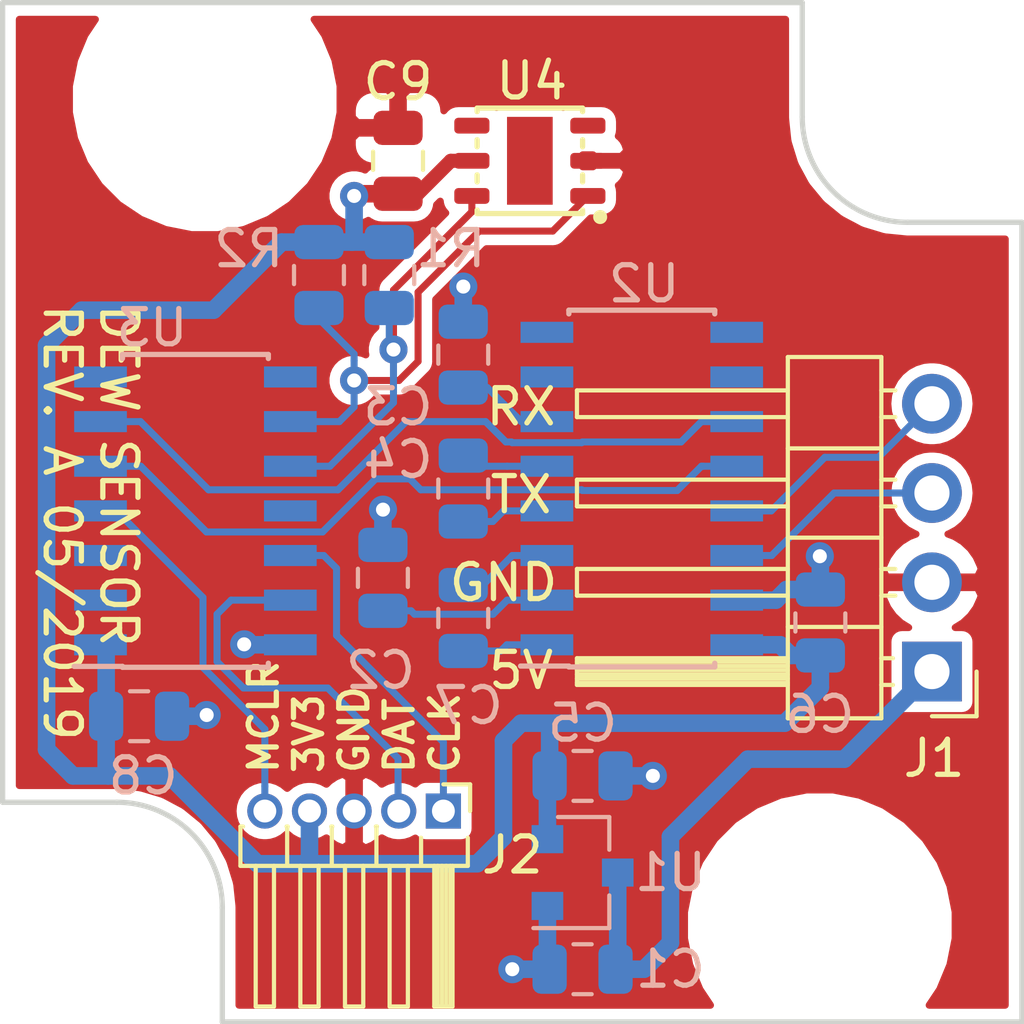
<source format=kicad_pcb>
(kicad_pcb (version 20171130) (host pcbnew "(5.1.2)-1")

  (general
    (thickness 1.6)
    (drawings 16)
    (tracks 173)
    (zones 0)
    (modules 19)
    (nets 19)
  )

  (page A4)
  (layers
    (0 F.Cu signal)
    (31 B.Cu signal)
    (32 B.Adhes user hide)
    (33 F.Adhes user hide)
    (34 B.Paste user hide)
    (35 F.Paste user hide)
    (36 B.SilkS user)
    (37 F.SilkS user)
    (38 B.Mask user hide)
    (39 F.Mask user)
    (40 Dwgs.User user)
    (41 Cmts.User user)
    (42 Eco1.User user)
    (43 Eco2.User user)
    (44 Edge.Cuts user)
    (45 Margin user)
    (46 B.CrtYd user)
    (47 F.CrtYd user)
    (48 B.Fab user hide)
    (49 F.Fab user hide)
  )

  (setup
    (last_trace_width 0.2)
    (user_trace_width 0.2)
    (user_trace_width 0.3)
    (user_trace_width 0.4)
    (user_trace_width 0.5)
    (user_trace_width 0.8)
    (user_trace_width 1)
    (user_trace_width 1.5)
    (user_trace_width 1.8)
    (trace_clearance 0.2)
    (zone_clearance 0.3)
    (zone_45_only no)
    (trace_min 0.2)
    (via_size 0.8)
    (via_drill 0.4)
    (via_min_size 0.45)
    (via_min_drill 0.2)
    (user_via 0.6 0.3)
    (user_via 0.8 0.4)
    (user_via 1 0.5)
    (user_via 1.2 0.6)
    (uvia_size 0.3)
    (uvia_drill 0.1)
    (uvias_allowed no)
    (uvia_min_size 0.2)
    (uvia_min_drill 0.1)
    (edge_width 0.15)
    (segment_width 0.1)
    (pcb_text_width 0.3)
    (pcb_text_size 1.5 1.5)
    (mod_edge_width 0.15)
    (mod_text_size 1 1)
    (mod_text_width 0.15)
    (pad_size 2.5 2.5)
    (pad_drill 2.5)
    (pad_to_mask_clearance 0.05)
    (solder_mask_min_width 0.15)
    (aux_axis_origin 0 0)
    (visible_elements 7FFFFFFF)
    (pcbplotparams
      (layerselection 0x010f0_ffffffff)
      (usegerberextensions false)
      (usegerberattributes false)
      (usegerberadvancedattributes false)
      (creategerberjobfile false)
      (excludeedgelayer true)
      (linewidth 0.100000)
      (plotframeref false)
      (viasonmask false)
      (mode 1)
      (useauxorigin false)
      (hpglpennumber 1)
      (hpglpenspeed 20)
      (hpglpendiameter 15.000000)
      (psnegative false)
      (psa4output false)
      (plotreference true)
      (plotvalue true)
      (plotinvisibletext false)
      (padsonsilk false)
      (subtractmaskfromsilk false)
      (outputformat 1)
      (mirror false)
      (drillshape 0)
      (scaleselection 1)
      (outputdirectory "Gerber/"))
  )

  (net 0 "")
  (net 1 /SDA)
  (net 2 GND)
  (net 3 +3V3)
  (net 4 /SCL)
  (net 5 +5V)
  (net 6 "Net-(C7-Pad1)")
  (net 7 "Net-(C2-Pad1)")
  (net 8 "Net-(C7-Pad2)")
  (net 9 "Net-(C4-Pad1)")
  (net 10 "Net-(C4-Pad2)")
  (net 11 "Net-(C3-Pad2)")
  (net 12 /TX)
  (net 13 /RX)
  (net 14 /RX-IN)
  (net 15 /TX-OUT)
  (net 16 /MCLR)
  (net 17 /ICSPCLK)
  (net 18 /ICSPDAT)

  (net_class Default "Dies ist die voreingestellte Netzklasse."
    (clearance 0.2)
    (trace_width 0.2)
    (via_dia 0.8)
    (via_drill 0.4)
    (uvia_dia 0.3)
    (uvia_drill 0.1)
    (add_net /ICSPCLK)
    (add_net /ICSPDAT)
    (add_net /MCLR)
    (add_net /RX)
    (add_net /RX-IN)
    (add_net /SCL)
    (add_net /SDA)
    (add_net /TX)
    (add_net /TX-OUT)
    (add_net "Net-(C2-Pad1)")
    (add_net "Net-(C3-Pad2)")
    (add_net "Net-(C4-Pad1)")
    (add_net "Net-(C4-Pad2)")
    (add_net "Net-(C7-Pad1)")
    (add_net "Net-(C7-Pad2)")
  )

  (net_class Power ""
    (clearance 0.2)
    (trace_width 0.5)
    (via_dia 0.8)
    (via_drill 0.4)
    (uvia_dia 0.3)
    (uvia_drill 0.1)
    (add_net +3V3)
    (add_net +5V)
    (add_net GND)
  )

  (module Connector_PinHeader_2.54mm:PinHeader_1x04_P2.54mm_Horizontal (layer F.Cu) (tedit 59FED5CB) (tstamp 5C4ED020)
    (at 218.44 129.032 180)
    (descr "Through hole angled pin header, 1x04, 2.54mm pitch, 6mm pin length, single row")
    (tags "Through hole angled pin header THT 1x04 2.54mm single row")
    (path /5BDDBF70)
    (fp_text reference J1 (at -0.06 -2.468) (layer F.SilkS)
      (effects (font (size 1 1) (thickness 0.15)))
    )
    (fp_text value Conn_01x04 (at 4.385 9.89) (layer F.Fab)
      (effects (font (size 1 1) (thickness 0.15)))
    )
    (fp_text user %R (at 2.77 3.81 90) (layer F.Fab)
      (effects (font (size 1 1) (thickness 0.15)))
    )
    (fp_line (start 10.55 -1.8) (end -1.8 -1.8) (layer F.CrtYd) (width 0.05))
    (fp_line (start 10.55 9.4) (end 10.55 -1.8) (layer F.CrtYd) (width 0.05))
    (fp_line (start -1.8 9.4) (end 10.55 9.4) (layer F.CrtYd) (width 0.05))
    (fp_line (start -1.8 -1.8) (end -1.8 9.4) (layer F.CrtYd) (width 0.05))
    (fp_line (start -1.27 -1.27) (end 0 -1.27) (layer F.SilkS) (width 0.12))
    (fp_line (start -1.27 0) (end -1.27 -1.27) (layer F.SilkS) (width 0.12))
    (fp_line (start 1.042929 8) (end 1.44 8) (layer F.SilkS) (width 0.12))
    (fp_line (start 1.042929 7.24) (end 1.44 7.24) (layer F.SilkS) (width 0.12))
    (fp_line (start 10.1 8) (end 4.1 8) (layer F.SilkS) (width 0.12))
    (fp_line (start 10.1 7.24) (end 10.1 8) (layer F.SilkS) (width 0.12))
    (fp_line (start 4.1 7.24) (end 10.1 7.24) (layer F.SilkS) (width 0.12))
    (fp_line (start 1.44 6.35) (end 4.1 6.35) (layer F.SilkS) (width 0.12))
    (fp_line (start 1.042929 5.46) (end 1.44 5.46) (layer F.SilkS) (width 0.12))
    (fp_line (start 1.042929 4.7) (end 1.44 4.7) (layer F.SilkS) (width 0.12))
    (fp_line (start 10.1 5.46) (end 4.1 5.46) (layer F.SilkS) (width 0.12))
    (fp_line (start 10.1 4.7) (end 10.1 5.46) (layer F.SilkS) (width 0.12))
    (fp_line (start 4.1 4.7) (end 10.1 4.7) (layer F.SilkS) (width 0.12))
    (fp_line (start 1.44 3.81) (end 4.1 3.81) (layer F.SilkS) (width 0.12))
    (fp_line (start 1.042929 2.92) (end 1.44 2.92) (layer F.SilkS) (width 0.12))
    (fp_line (start 1.042929 2.16) (end 1.44 2.16) (layer F.SilkS) (width 0.12))
    (fp_line (start 10.1 2.92) (end 4.1 2.92) (layer F.SilkS) (width 0.12))
    (fp_line (start 10.1 2.16) (end 10.1 2.92) (layer F.SilkS) (width 0.12))
    (fp_line (start 4.1 2.16) (end 10.1 2.16) (layer F.SilkS) (width 0.12))
    (fp_line (start 1.44 1.27) (end 4.1 1.27) (layer F.SilkS) (width 0.12))
    (fp_line (start 1.11 0.38) (end 1.44 0.38) (layer F.SilkS) (width 0.12))
    (fp_line (start 1.11 -0.38) (end 1.44 -0.38) (layer F.SilkS) (width 0.12))
    (fp_line (start 4.1 0.28) (end 10.1 0.28) (layer F.SilkS) (width 0.12))
    (fp_line (start 4.1 0.16) (end 10.1 0.16) (layer F.SilkS) (width 0.12))
    (fp_line (start 4.1 0.04) (end 10.1 0.04) (layer F.SilkS) (width 0.12))
    (fp_line (start 4.1 -0.08) (end 10.1 -0.08) (layer F.SilkS) (width 0.12))
    (fp_line (start 4.1 -0.2) (end 10.1 -0.2) (layer F.SilkS) (width 0.12))
    (fp_line (start 4.1 -0.32) (end 10.1 -0.32) (layer F.SilkS) (width 0.12))
    (fp_line (start 10.1 0.38) (end 4.1 0.38) (layer F.SilkS) (width 0.12))
    (fp_line (start 10.1 -0.38) (end 10.1 0.38) (layer F.SilkS) (width 0.12))
    (fp_line (start 4.1 -0.38) (end 10.1 -0.38) (layer F.SilkS) (width 0.12))
    (fp_line (start 4.1 -1.33) (end 1.44 -1.33) (layer F.SilkS) (width 0.12))
    (fp_line (start 4.1 8.95) (end 4.1 -1.33) (layer F.SilkS) (width 0.12))
    (fp_line (start 1.44 8.95) (end 4.1 8.95) (layer F.SilkS) (width 0.12))
    (fp_line (start 1.44 -1.33) (end 1.44 8.95) (layer F.SilkS) (width 0.12))
    (fp_line (start 4.04 7.94) (end 10.04 7.94) (layer F.Fab) (width 0.1))
    (fp_line (start 10.04 7.3) (end 10.04 7.94) (layer F.Fab) (width 0.1))
    (fp_line (start 4.04 7.3) (end 10.04 7.3) (layer F.Fab) (width 0.1))
    (fp_line (start -0.32 7.94) (end 1.5 7.94) (layer F.Fab) (width 0.1))
    (fp_line (start -0.32 7.3) (end -0.32 7.94) (layer F.Fab) (width 0.1))
    (fp_line (start -0.32 7.3) (end 1.5 7.3) (layer F.Fab) (width 0.1))
    (fp_line (start 4.04 5.4) (end 10.04 5.4) (layer F.Fab) (width 0.1))
    (fp_line (start 10.04 4.76) (end 10.04 5.4) (layer F.Fab) (width 0.1))
    (fp_line (start 4.04 4.76) (end 10.04 4.76) (layer F.Fab) (width 0.1))
    (fp_line (start -0.32 5.4) (end 1.5 5.4) (layer F.Fab) (width 0.1))
    (fp_line (start -0.32 4.76) (end -0.32 5.4) (layer F.Fab) (width 0.1))
    (fp_line (start -0.32 4.76) (end 1.5 4.76) (layer F.Fab) (width 0.1))
    (fp_line (start 4.04 2.86) (end 10.04 2.86) (layer F.Fab) (width 0.1))
    (fp_line (start 10.04 2.22) (end 10.04 2.86) (layer F.Fab) (width 0.1))
    (fp_line (start 4.04 2.22) (end 10.04 2.22) (layer F.Fab) (width 0.1))
    (fp_line (start -0.32 2.86) (end 1.5 2.86) (layer F.Fab) (width 0.1))
    (fp_line (start -0.32 2.22) (end -0.32 2.86) (layer F.Fab) (width 0.1))
    (fp_line (start -0.32 2.22) (end 1.5 2.22) (layer F.Fab) (width 0.1))
    (fp_line (start 4.04 0.32) (end 10.04 0.32) (layer F.Fab) (width 0.1))
    (fp_line (start 10.04 -0.32) (end 10.04 0.32) (layer F.Fab) (width 0.1))
    (fp_line (start 4.04 -0.32) (end 10.04 -0.32) (layer F.Fab) (width 0.1))
    (fp_line (start -0.32 0.32) (end 1.5 0.32) (layer F.Fab) (width 0.1))
    (fp_line (start -0.32 -0.32) (end -0.32 0.32) (layer F.Fab) (width 0.1))
    (fp_line (start -0.32 -0.32) (end 1.5 -0.32) (layer F.Fab) (width 0.1))
    (fp_line (start 1.5 -0.635) (end 2.135 -1.27) (layer F.Fab) (width 0.1))
    (fp_line (start 1.5 8.89) (end 1.5 -0.635) (layer F.Fab) (width 0.1))
    (fp_line (start 4.04 8.89) (end 1.5 8.89) (layer F.Fab) (width 0.1))
    (fp_line (start 4.04 -1.27) (end 4.04 8.89) (layer F.Fab) (width 0.1))
    (fp_line (start 2.135 -1.27) (end 4.04 -1.27) (layer F.Fab) (width 0.1))
    (pad 4 thru_hole oval (at 0 7.62 180) (size 1.7 1.7) (drill 1) (layers *.Cu *.Mask)
      (net 14 /RX-IN))
    (pad 3 thru_hole oval (at 0 5.08 180) (size 1.7 1.7) (drill 1) (layers *.Cu *.Mask)
      (net 15 /TX-OUT))
    (pad 2 thru_hole oval (at 0 2.54 180) (size 1.7 1.7) (drill 1) (layers *.Cu *.Mask)
      (net 2 GND))
    (pad 1 thru_hole rect (at 0 0 180) (size 1.7 1.7) (drill 1) (layers *.Cu *.Mask)
      (net 5 +5V))
    (model ${KISYS3DMOD}/Connector_PinHeader_2.54mm.3dshapes/PinHeader_1x04_P2.54mm_Horizontal.wrl
      (at (xyz 0 0 0))
      (scale (xyz 1 1 1))
      (rotate (xyz 0 0 0))
    )
  )

  (module Connector_PinHeader_1.27mm:PinHeader_1x05_P1.27mm_Horizontal (layer F.Cu) (tedit 59FED6E3) (tstamp 5C4EF601)
    (at 204.54 133 270)
    (descr "Through hole angled pin header, 1x05, 1.27mm pitch, 4.0mm pin length, single row")
    (tags "Through hole angled pin header THT 1x05 1.27mm single row")
    (path /5C435959)
    (fp_text reference J2 (at 1.25 -1.96 180) (layer F.SilkS)
      (effects (font (size 1 1) (thickness 0.15)))
    )
    (fp_text value Conn_01x05 (at 2.4325 6.715 90) (layer F.Fab)
      (effects (font (size 1 1) (thickness 0.15)))
    )
    (fp_text user %R (at 1 2.54) (layer F.Fab)
      (effects (font (size 0.6 0.6) (thickness 0.09)))
    )
    (fp_line (start 6 -1.15) (end -1.15 -1.15) (layer F.CrtYd) (width 0.05))
    (fp_line (start 6 6.25) (end 6 -1.15) (layer F.CrtYd) (width 0.05))
    (fp_line (start -1.15 6.25) (end 6 6.25) (layer F.CrtYd) (width 0.05))
    (fp_line (start -1.15 -1.15) (end -1.15 6.25) (layer F.CrtYd) (width 0.05))
    (fp_line (start -0.76 -0.76) (end 0 -0.76) (layer F.SilkS) (width 0.12))
    (fp_line (start -0.76 0) (end -0.76 -0.76) (layer F.SilkS) (width 0.12))
    (fp_line (start 5.56 5.34) (end 1.56 5.34) (layer F.SilkS) (width 0.12))
    (fp_line (start 5.56 4.82) (end 5.56 5.34) (layer F.SilkS) (width 0.12))
    (fp_line (start 1.56 4.82) (end 5.56 4.82) (layer F.SilkS) (width 0.12))
    (fp_line (start 0.44 4.429677) (end 0.44 4.460323) (layer F.SilkS) (width 0.12))
    (fp_line (start 0.44 4.445) (end 1.56 4.445) (layer F.SilkS) (width 0.12))
    (fp_line (start 5.56 4.07) (end 1.56 4.07) (layer F.SilkS) (width 0.12))
    (fp_line (start 5.56 3.55) (end 5.56 4.07) (layer F.SilkS) (width 0.12))
    (fp_line (start 1.56 3.55) (end 5.56 3.55) (layer F.SilkS) (width 0.12))
    (fp_line (start 0.44 3.159677) (end 0.44 3.190323) (layer F.SilkS) (width 0.12))
    (fp_line (start 0.44 3.175) (end 1.56 3.175) (layer F.SilkS) (width 0.12))
    (fp_line (start 5.56 2.8) (end 1.56 2.8) (layer F.SilkS) (width 0.12))
    (fp_line (start 5.56 2.28) (end 5.56 2.8) (layer F.SilkS) (width 0.12))
    (fp_line (start 1.56 2.28) (end 5.56 2.28) (layer F.SilkS) (width 0.12))
    (fp_line (start 0.44 1.889677) (end 0.44 1.920323) (layer F.SilkS) (width 0.12))
    (fp_line (start 0.44 1.905) (end 1.56 1.905) (layer F.SilkS) (width 0.12))
    (fp_line (start 5.56 1.53) (end 1.56 1.53) (layer F.SilkS) (width 0.12))
    (fp_line (start 5.56 1.01) (end 5.56 1.53) (layer F.SilkS) (width 0.12))
    (fp_line (start 1.56 1.01) (end 5.56 1.01) (layer F.SilkS) (width 0.12))
    (fp_line (start 0.76 0.635) (end 1.56 0.635) (layer F.SilkS) (width 0.12))
    (fp_line (start 1.56 0.16) (end 5.56 0.16) (layer F.SilkS) (width 0.12))
    (fp_line (start 1.56 0.04) (end 5.56 0.04) (layer F.SilkS) (width 0.12))
    (fp_line (start 1.56 -0.08) (end 5.56 -0.08) (layer F.SilkS) (width 0.12))
    (fp_line (start 1.56 -0.2) (end 5.56 -0.2) (layer F.SilkS) (width 0.12))
    (fp_line (start 5.56 0.26) (end 1.56 0.26) (layer F.SilkS) (width 0.12))
    (fp_line (start 5.56 -0.26) (end 5.56 0.26) (layer F.SilkS) (width 0.12))
    (fp_line (start 1.56 -0.26) (end 5.56 -0.26) (layer F.SilkS) (width 0.12))
    (fp_line (start 0.44 5.775) (end 0.44 5.699677) (layer F.SilkS) (width 0.12))
    (fp_line (start 1.56 5.775) (end 0.44 5.775) (layer F.SilkS) (width 0.12))
    (fp_line (start 1.56 -0.695) (end 1.56 5.775) (layer F.SilkS) (width 0.12))
    (fp_line (start 0.76 -0.695) (end 1.56 -0.695) (layer F.SilkS) (width 0.12))
    (fp_line (start 1.5 5.28) (end 5.5 5.28) (layer F.Fab) (width 0.1))
    (fp_line (start 5.5 4.88) (end 5.5 5.28) (layer F.Fab) (width 0.1))
    (fp_line (start 1.5 4.88) (end 5.5 4.88) (layer F.Fab) (width 0.1))
    (fp_line (start -0.2 5.28) (end 0.5 5.28) (layer F.Fab) (width 0.1))
    (fp_line (start -0.2 4.88) (end -0.2 5.28) (layer F.Fab) (width 0.1))
    (fp_line (start -0.2 4.88) (end 0.5 4.88) (layer F.Fab) (width 0.1))
    (fp_line (start 1.5 4.01) (end 5.5 4.01) (layer F.Fab) (width 0.1))
    (fp_line (start 5.5 3.61) (end 5.5 4.01) (layer F.Fab) (width 0.1))
    (fp_line (start 1.5 3.61) (end 5.5 3.61) (layer F.Fab) (width 0.1))
    (fp_line (start -0.2 4.01) (end 0.5 4.01) (layer F.Fab) (width 0.1))
    (fp_line (start -0.2 3.61) (end -0.2 4.01) (layer F.Fab) (width 0.1))
    (fp_line (start -0.2 3.61) (end 0.5 3.61) (layer F.Fab) (width 0.1))
    (fp_line (start 1.5 2.74) (end 5.5 2.74) (layer F.Fab) (width 0.1))
    (fp_line (start 5.5 2.34) (end 5.5 2.74) (layer F.Fab) (width 0.1))
    (fp_line (start 1.5 2.34) (end 5.5 2.34) (layer F.Fab) (width 0.1))
    (fp_line (start -0.2 2.74) (end 0.5 2.74) (layer F.Fab) (width 0.1))
    (fp_line (start -0.2 2.34) (end -0.2 2.74) (layer F.Fab) (width 0.1))
    (fp_line (start -0.2 2.34) (end 0.5 2.34) (layer F.Fab) (width 0.1))
    (fp_line (start 1.5 1.47) (end 5.5 1.47) (layer F.Fab) (width 0.1))
    (fp_line (start 5.5 1.07) (end 5.5 1.47) (layer F.Fab) (width 0.1))
    (fp_line (start 1.5 1.07) (end 5.5 1.07) (layer F.Fab) (width 0.1))
    (fp_line (start -0.2 1.47) (end 0.5 1.47) (layer F.Fab) (width 0.1))
    (fp_line (start -0.2 1.07) (end -0.2 1.47) (layer F.Fab) (width 0.1))
    (fp_line (start -0.2 1.07) (end 0.5 1.07) (layer F.Fab) (width 0.1))
    (fp_line (start 1.5 0.2) (end 5.5 0.2) (layer F.Fab) (width 0.1))
    (fp_line (start 5.5 -0.2) (end 5.5 0.2) (layer F.Fab) (width 0.1))
    (fp_line (start 1.5 -0.2) (end 5.5 -0.2) (layer F.Fab) (width 0.1))
    (fp_line (start -0.2 0.2) (end 0.5 0.2) (layer F.Fab) (width 0.1))
    (fp_line (start -0.2 -0.2) (end -0.2 0.2) (layer F.Fab) (width 0.1))
    (fp_line (start -0.2 -0.2) (end 0.5 -0.2) (layer F.Fab) (width 0.1))
    (fp_line (start 0.5 -0.385) (end 0.75 -0.635) (layer F.Fab) (width 0.1))
    (fp_line (start 0.5 5.715) (end 0.5 -0.385) (layer F.Fab) (width 0.1))
    (fp_line (start 1.5 5.715) (end 0.5 5.715) (layer F.Fab) (width 0.1))
    (fp_line (start 1.5 -0.635) (end 1.5 5.715) (layer F.Fab) (width 0.1))
    (fp_line (start 0.75 -0.635) (end 1.5 -0.635) (layer F.Fab) (width 0.1))
    (pad 5 thru_hole oval (at 0 5.08 270) (size 1 1) (drill 0.65) (layers *.Cu *.Mask)
      (net 16 /MCLR))
    (pad 4 thru_hole oval (at 0 3.81 270) (size 1 1) (drill 0.65) (layers *.Cu *.Mask)
      (net 3 +3V3))
    (pad 3 thru_hole oval (at 0 2.54 270) (size 1 1) (drill 0.65) (layers *.Cu *.Mask)
      (net 2 GND))
    (pad 2 thru_hole oval (at 0 1.27 270) (size 1 1) (drill 0.65) (layers *.Cu *.Mask)
      (net 18 /ICSPDAT))
    (pad 1 thru_hole rect (at 0 0 270) (size 1 1) (drill 0.65) (layers *.Cu *.Mask)
      (net 17 /ICSPCLK))
    (model ${KISYS3DMOD}/Connector_PinHeader_1.27mm.3dshapes/PinHeader_1x05_P1.27mm_Horizontal.wrl
      (at (xyz 0 0 0))
      (scale (xyz 1 1 1))
      (rotate (xyz 0 0 0))
    )
  )

  (module MountingHole:MountingHole_2.5mm (layer F.Cu) (tedit 5CEA8348) (tstamp 5CEAE802)
    (at 215.25 136.25)
    (descr "Mounting Hole 2.5mm, no annular")
    (tags "mounting hole 2.5mm no annular")
    (path /5CEBF2D6)
    (attr virtual)
    (fp_text reference H2 (at 0 -3.5) (layer F.SilkS) hide
      (effects (font (size 1 1) (thickness 0.15)))
    )
    (fp_text value MountingHole (at 0 3.5) (layer F.Fab)
      (effects (font (size 1 1) (thickness 0.15)))
    )
    (fp_circle (center 0 0) (end 2.75 0) (layer F.CrtYd) (width 0.05))
    (fp_circle (center 0 0) (end 2.5 0) (layer Cmts.User) (width 0.15))
    (fp_text user %R (at 0.3 0) (layer F.Fab)
      (effects (font (size 1 1) (thickness 0.15)))
    )
    (pad "" np_thru_hole circle (at 0 0) (size 2.5 2.5) (drill 2.5) (layers *.Cu *.Mask)
      (clearance 2.5))
  )

  (module MountingHole:MountingHole_2.5mm (layer F.Cu) (tedit 5CEA834F) (tstamp 5CEAE7FA)
    (at 197.75 112.75)
    (descr "Mounting Hole 2.5mm, no annular")
    (tags "mounting hole 2.5mm no annular")
    (path /5CEBBDE5)
    (attr virtual)
    (fp_text reference H1 (at 0 -3.5) (layer F.SilkS) hide
      (effects (font (size 1 1) (thickness 0.15)))
    )
    (fp_text value MountingHole (at 0 3.5) (layer F.Fab)
      (effects (font (size 1 1) (thickness 0.15)))
    )
    (fp_circle (center 0 0) (end 2.75 0) (layer F.CrtYd) (width 0.05))
    (fp_circle (center 0 0) (end 2.5 0) (layer Cmts.User) (width 0.15))
    (fp_text user %R (at 0.3 0) (layer F.Fab)
      (effects (font (size 1 1) (thickness 0.15)))
    )
    (pad "" np_thru_hole circle (at 0 0) (size 2.5 2.5) (drill 2.5) (layers *.Cu *.Mask)
      (clearance 2.5))
  )

  (module Capacitor_SMD:C_0805_2012Metric (layer F.Cu) (tedit 5B36C52B) (tstamp 5CEB334A)
    (at 203.25 114.5 90)
    (descr "Capacitor SMD 0805 (2012 Metric), square (rectangular) end terminal, IPC_7351 nominal, (Body size source: https://docs.google.com/spreadsheets/d/1BsfQQcO9C6DZCsRaXUlFlo91Tg2WpOkGARC1WS5S8t0/edit?usp=sharing), generated with kicad-footprint-generator")
    (tags capacitor)
    (path /5C234E57)
    (attr smd)
    (fp_text reference C9 (at 2.25 0 180) (layer F.SilkS)
      (effects (font (size 1 1) (thickness 0.15)))
    )
    (fp_text value 100nF (at 0 1.65 90) (layer F.Fab)
      (effects (font (size 1 1) (thickness 0.15)))
    )
    (fp_text user %R (at 0 0 90) (layer F.Fab)
      (effects (font (size 0.5 0.5) (thickness 0.08)))
    )
    (fp_line (start 1.68 0.95) (end -1.68 0.95) (layer F.CrtYd) (width 0.05))
    (fp_line (start 1.68 -0.95) (end 1.68 0.95) (layer F.CrtYd) (width 0.05))
    (fp_line (start -1.68 -0.95) (end 1.68 -0.95) (layer F.CrtYd) (width 0.05))
    (fp_line (start -1.68 0.95) (end -1.68 -0.95) (layer F.CrtYd) (width 0.05))
    (fp_line (start -0.258578 0.71) (end 0.258578 0.71) (layer F.SilkS) (width 0.12))
    (fp_line (start -0.258578 -0.71) (end 0.258578 -0.71) (layer F.SilkS) (width 0.12))
    (fp_line (start 1 0.6) (end -1 0.6) (layer F.Fab) (width 0.1))
    (fp_line (start 1 -0.6) (end 1 0.6) (layer F.Fab) (width 0.1))
    (fp_line (start -1 -0.6) (end 1 -0.6) (layer F.Fab) (width 0.1))
    (fp_line (start -1 0.6) (end -1 -0.6) (layer F.Fab) (width 0.1))
    (pad 2 smd roundrect (at 0.9375 0 90) (size 0.975 1.4) (layers F.Cu F.Paste F.Mask) (roundrect_rratio 0.25)
      (net 2 GND))
    (pad 1 smd roundrect (at -0.9375 0 90) (size 0.975 1.4) (layers F.Cu F.Paste F.Mask) (roundrect_rratio 0.25)
      (net 3 +3V3))
    (model ${KISYS3DMOD}/Capacitor_SMD.3dshapes/C_0805_2012Metric.wrl
      (at (xyz 0 0 0))
      (scale (xyz 1 1 1))
      (rotate (xyz 0 0 0))
    )
  )

  (module ak:SI7006-A20 (layer F.Cu) (tedit 5CEA7EF8) (tstamp 5CEB3310)
    (at 207 114.5 180)
    (path /5C230DED)
    (fp_text reference U4 (at -0.054 2.272 180) (layer F.SilkS)
      (effects (font (size 1 1) (thickness 0.15)))
    )
    (fp_text value Si7006 (at 0 -2.5) (layer F.Fab)
      (effects (font (size 1 1) (thickness 0.15)))
    )
    (fp_line (start -1.5 -1.5) (end 1.5 -1.5) (layer F.SilkS) (width 0.15))
    (fp_line (start -1.5 1.5) (end 1.5 1.5) (layer F.SilkS) (width 0.15))
    (fp_line (start 1.5 1.5) (end 1.5 1.4) (layer F.SilkS) (width 0.15))
    (fp_line (start 1.5 -1.5) (end 1.5 -1.4) (layer F.SilkS) (width 0.15))
    (fp_line (start -1.5 -1.5) (end -1.5 -1.4) (layer F.SilkS) (width 0.15))
    (fp_line (start -1.5 1.5) (end -1.5 1.4) (layer F.SilkS) (width 0.15))
    (fp_line (start -1.5 0.4) (end -1.5 0.6) (layer F.SilkS) (width 0.15))
    (fp_line (start -1.5 -0.6) (end -1.5 -0.4) (layer F.SilkS) (width 0.15))
    (fp_line (start 1.5 -0.6) (end 1.5 -0.4) (layer F.SilkS) (width 0.15))
    (fp_line (start 1.5 0.4) (end 1.5 0.6) (layer F.SilkS) (width 0.15))
    (fp_circle (center -2 -1.6) (end -1.9 -1.6) (layer F.SilkS) (width 0.2))
    (pad 1 smd roundrect (at -1.65 -1 180) (size 1 0.45) (layers F.Cu F.Paste F.Mask) (roundrect_rratio 0.25)
      (net 1 /SDA))
    (pad 2 smd roundrect (at -1.65 0 180) (size 1 0.45) (layers F.Cu F.Paste F.Mask) (roundrect_rratio 0.25)
      (net 2 GND))
    (pad 3 smd roundrect (at -1.65 1 180) (size 1 0.45) (layers F.Cu F.Paste F.Mask) (roundrect_rratio 0.25))
    (pad 4 smd roundrect (at 1.65 1 180) (size 1 0.45) (layers F.Cu F.Paste F.Mask) (roundrect_rratio 0.25))
    (pad 5 smd roundrect (at 1.65 0 180) (size 1 0.45) (layers F.Cu F.Paste F.Mask) (roundrect_rratio 0.25)
      (net 3 +3V3))
    (pad 6 smd roundrect (at 1.65 -1 180) (size 1 0.45) (layers F.Cu F.Paste F.Mask) (roundrect_rratio 0.25)
      (net 4 /SCL))
    (pad 7 smd rect (at 0 0 180) (size 1.3 2.5) (layers F.Cu F.Paste F.Mask))
    (model "${KICAD_USER_3DMOD}/User Library-Si7021.step"
      (at (xyz 0 0 0))
      (scale (xyz 1 1 1))
      (rotate (xyz 0 0 0))
    )
  )

  (module Resistor_SMD:R_0805_2012Metric (layer B.Cu) (tedit 5B36C52B) (tstamp 5C4EFCCC)
    (at 203 117.75 270)
    (descr "Resistor SMD 0805 (2012 Metric), square (rectangular) end terminal, IPC_7351 nominal, (Body size source: https://docs.google.com/spreadsheets/d/1BsfQQcO9C6DZCsRaXUlFlo91Tg2WpOkGARC1WS5S8t0/edit?usp=sharing), generated with kicad-footprint-generator")
    (tags resistor)
    (path /5C4358B4)
    (attr smd)
    (fp_text reference R1 (at -0.75 -1.75) (layer B.SilkS)
      (effects (font (size 1 1) (thickness 0.15)) (justify mirror))
    )
    (fp_text value 10k (at 0 -1.65 270) (layer B.Fab)
      (effects (font (size 1 1) (thickness 0.15)) (justify mirror))
    )
    (fp_line (start -1 -0.6) (end -1 0.6) (layer B.Fab) (width 0.1))
    (fp_line (start -1 0.6) (end 1 0.6) (layer B.Fab) (width 0.1))
    (fp_line (start 1 0.6) (end 1 -0.6) (layer B.Fab) (width 0.1))
    (fp_line (start 1 -0.6) (end -1 -0.6) (layer B.Fab) (width 0.1))
    (fp_line (start -0.258578 0.71) (end 0.258578 0.71) (layer B.SilkS) (width 0.12))
    (fp_line (start -0.258578 -0.71) (end 0.258578 -0.71) (layer B.SilkS) (width 0.12))
    (fp_line (start -1.68 -0.95) (end -1.68 0.95) (layer B.CrtYd) (width 0.05))
    (fp_line (start -1.68 0.95) (end 1.68 0.95) (layer B.CrtYd) (width 0.05))
    (fp_line (start 1.68 0.95) (end 1.68 -0.95) (layer B.CrtYd) (width 0.05))
    (fp_line (start 1.68 -0.95) (end -1.68 -0.95) (layer B.CrtYd) (width 0.05))
    (fp_text user %R (at 0 0 270) (layer B.Fab)
      (effects (font (size 0.5 0.5) (thickness 0.08)) (justify mirror))
    )
    (pad 1 smd roundrect (at -0.9375 0 270) (size 0.975 1.4) (layers B.Cu B.Paste B.Mask) (roundrect_rratio 0.25)
      (net 3 +3V3))
    (pad 2 smd roundrect (at 0.9375 0 270) (size 0.975 1.4) (layers B.Cu B.Paste B.Mask) (roundrect_rratio 0.25)
      (net 4 /SCL))
    (model ${KISYS3DMOD}/Resistor_SMD.3dshapes/R_0805_2012Metric.wrl
      (at (xyz 0 0 0))
      (scale (xyz 1 1 1))
      (rotate (xyz 0 0 0))
    )
  )

  (module Resistor_SMD:R_0805_2012Metric (layer B.Cu) (tedit 5B36C52B) (tstamp 5CEB2E48)
    (at 201 117.75 270)
    (descr "Resistor SMD 0805 (2012 Metric), square (rectangular) end terminal, IPC_7351 nominal, (Body size source: https://docs.google.com/spreadsheets/d/1BsfQQcO9C6DZCsRaXUlFlo91Tg2WpOkGARC1WS5S8t0/edit?usp=sharing), generated with kicad-footprint-generator")
    (tags resistor)
    (path /5C435ACA)
    (attr smd)
    (fp_text reference R2 (at -0.75 2) (layer B.SilkS)
      (effects (font (size 1 1) (thickness 0.15)) (justify mirror))
    )
    (fp_text value 10k (at 0 -1.65 270) (layer B.Fab)
      (effects (font (size 1 1) (thickness 0.15)) (justify mirror))
    )
    (fp_text user %R (at 0 0 270) (layer B.Fab)
      (effects (font (size 0.5 0.5) (thickness 0.08)) (justify mirror))
    )
    (fp_line (start 1.68 -0.95) (end -1.68 -0.95) (layer B.CrtYd) (width 0.05))
    (fp_line (start 1.68 0.95) (end 1.68 -0.95) (layer B.CrtYd) (width 0.05))
    (fp_line (start -1.68 0.95) (end 1.68 0.95) (layer B.CrtYd) (width 0.05))
    (fp_line (start -1.68 -0.95) (end -1.68 0.95) (layer B.CrtYd) (width 0.05))
    (fp_line (start -0.258578 -0.71) (end 0.258578 -0.71) (layer B.SilkS) (width 0.12))
    (fp_line (start -0.258578 0.71) (end 0.258578 0.71) (layer B.SilkS) (width 0.12))
    (fp_line (start 1 -0.6) (end -1 -0.6) (layer B.Fab) (width 0.1))
    (fp_line (start 1 0.6) (end 1 -0.6) (layer B.Fab) (width 0.1))
    (fp_line (start -1 0.6) (end 1 0.6) (layer B.Fab) (width 0.1))
    (fp_line (start -1 -0.6) (end -1 0.6) (layer B.Fab) (width 0.1))
    (pad 2 smd roundrect (at 0.9375 0 270) (size 0.975 1.4) (layers B.Cu B.Paste B.Mask) (roundrect_rratio 0.25)
      (net 1 /SDA))
    (pad 1 smd roundrect (at -0.9375 0 270) (size 0.975 1.4) (layers B.Cu B.Paste B.Mask) (roundrect_rratio 0.25)
      (net 3 +3V3))
    (model ${KISYS3DMOD}/Resistor_SMD.3dshapes/R_0805_2012Metric.wrl
      (at (xyz 0 0 0))
      (scale (xyz 1 1 1))
      (rotate (xyz 0 0 0))
    )
  )

  (module Capacitor_SMD:C_0805_2012Metric (layer B.Cu) (tedit 5B36C52B) (tstamp 5C4EFDEC)
    (at 202.819 126.365 90)
    (descr "Capacitor SMD 0805 (2012 Metric), square (rectangular) end terminal, IPC_7351 nominal, (Body size source: https://docs.google.com/spreadsheets/d/1BsfQQcO9C6DZCsRaXUlFlo91Tg2WpOkGARC1WS5S8t0/edit?usp=sharing), generated with kicad-footprint-generator")
    (tags capacitor)
    (path /5BDEB052)
    (attr smd)
    (fp_text reference C2 (at -2.635 -0.069 180) (layer B.SilkS)
      (effects (font (size 1 1) (thickness 0.15)) (justify mirror))
    )
    (fp_text value 100nF (at 0 -1.65 90) (layer B.Fab)
      (effects (font (size 1 1) (thickness 0.15)) (justify mirror))
    )
    (fp_line (start -1 -0.6) (end -1 0.6) (layer B.Fab) (width 0.1))
    (fp_line (start -1 0.6) (end 1 0.6) (layer B.Fab) (width 0.1))
    (fp_line (start 1 0.6) (end 1 -0.6) (layer B.Fab) (width 0.1))
    (fp_line (start 1 -0.6) (end -1 -0.6) (layer B.Fab) (width 0.1))
    (fp_line (start -0.258578 0.71) (end 0.258578 0.71) (layer B.SilkS) (width 0.12))
    (fp_line (start -0.258578 -0.71) (end 0.258578 -0.71) (layer B.SilkS) (width 0.12))
    (fp_line (start -1.68 -0.95) (end -1.68 0.95) (layer B.CrtYd) (width 0.05))
    (fp_line (start -1.68 0.95) (end 1.68 0.95) (layer B.CrtYd) (width 0.05))
    (fp_line (start 1.68 0.95) (end 1.68 -0.95) (layer B.CrtYd) (width 0.05))
    (fp_line (start 1.68 -0.95) (end -1.68 -0.95) (layer B.CrtYd) (width 0.05))
    (fp_text user %R (at 0 0 90) (layer B.Fab)
      (effects (font (size 0.5 0.5) (thickness 0.08)) (justify mirror))
    )
    (pad 1 smd roundrect (at -0.9375 0 90) (size 0.975 1.4) (layers B.Cu B.Paste B.Mask) (roundrect_rratio 0.25)
      (net 7 "Net-(C2-Pad1)"))
    (pad 2 smd roundrect (at 0.9375 0 90) (size 0.975 1.4) (layers B.Cu B.Paste B.Mask) (roundrect_rratio 0.25)
      (net 2 GND))
    (model ${KISYS3DMOD}/Capacitor_SMD.3dshapes/C_0805_2012Metric.wrl
      (at (xyz 0 0 0))
      (scale (xyz 1 1 1))
      (rotate (xyz 0 0 0))
    )
  )

  (module Capacitor_SMD:C_0805_2012Metric (layer B.Cu) (tedit 5B36C52B) (tstamp 5C4EFD8C)
    (at 205.105 120.015 270)
    (descr "Capacitor SMD 0805 (2012 Metric), square (rectangular) end terminal, IPC_7351 nominal, (Body size source: https://docs.google.com/spreadsheets/d/1BsfQQcO9C6DZCsRaXUlFlo91Tg2WpOkGARC1WS5S8t0/edit?usp=sharing), generated with kicad-footprint-generator")
    (tags capacitor)
    (path /5BDEBD00)
    (attr smd)
    (fp_text reference C3 (at 1.485 1.855) (layer B.SilkS)
      (effects (font (size 1 1) (thickness 0.15)) (justify mirror))
    )
    (fp_text value 100nF (at 0 -1.65 270) (layer B.Fab)
      (effects (font (size 1 1) (thickness 0.15)) (justify mirror))
    )
    (fp_text user %R (at 0 0 270) (layer B.Fab)
      (effects (font (size 0.5 0.5) (thickness 0.08)) (justify mirror))
    )
    (fp_line (start 1.68 -0.95) (end -1.68 -0.95) (layer B.CrtYd) (width 0.05))
    (fp_line (start 1.68 0.95) (end 1.68 -0.95) (layer B.CrtYd) (width 0.05))
    (fp_line (start -1.68 0.95) (end 1.68 0.95) (layer B.CrtYd) (width 0.05))
    (fp_line (start -1.68 -0.95) (end -1.68 0.95) (layer B.CrtYd) (width 0.05))
    (fp_line (start -0.258578 -0.71) (end 0.258578 -0.71) (layer B.SilkS) (width 0.12))
    (fp_line (start -0.258578 0.71) (end 0.258578 0.71) (layer B.SilkS) (width 0.12))
    (fp_line (start 1 -0.6) (end -1 -0.6) (layer B.Fab) (width 0.1))
    (fp_line (start 1 0.6) (end 1 -0.6) (layer B.Fab) (width 0.1))
    (fp_line (start -1 0.6) (end 1 0.6) (layer B.Fab) (width 0.1))
    (fp_line (start -1 -0.6) (end -1 0.6) (layer B.Fab) (width 0.1))
    (pad 2 smd roundrect (at 0.9375 0 270) (size 0.975 1.4) (layers B.Cu B.Paste B.Mask) (roundrect_rratio 0.25)
      (net 11 "Net-(C3-Pad2)"))
    (pad 1 smd roundrect (at -0.9375 0 270) (size 0.975 1.4) (layers B.Cu B.Paste B.Mask) (roundrect_rratio 0.25)
      (net 2 GND))
    (model ${KISYS3DMOD}/Capacitor_SMD.3dshapes/C_0805_2012Metric.wrl
      (at (xyz 0 0 0))
      (scale (xyz 1 1 1))
      (rotate (xyz 0 0 0))
    )
  )

  (module Capacitor_SMD:C_0805_2012Metric (layer B.Cu) (tedit 5B36C52B) (tstamp 5C4EFE1C)
    (at 205.105 123.825 90)
    (descr "Capacitor SMD 0805 (2012 Metric), square (rectangular) end terminal, IPC_7351 nominal, (Body size source: https://docs.google.com/spreadsheets/d/1BsfQQcO9C6DZCsRaXUlFlo91Tg2WpOkGARC1WS5S8t0/edit?usp=sharing), generated with kicad-footprint-generator")
    (tags capacitor)
    (path /5BDE891F)
    (attr smd)
    (fp_text reference C4 (at 0.825 -1.855 180) (layer B.SilkS)
      (effects (font (size 1 1) (thickness 0.15)) (justify mirror))
    )
    (fp_text value 100nF (at 0 -1.65 90) (layer B.Fab)
      (effects (font (size 1 1) (thickness 0.15)) (justify mirror))
    )
    (fp_line (start -1 -0.6) (end -1 0.6) (layer B.Fab) (width 0.1))
    (fp_line (start -1 0.6) (end 1 0.6) (layer B.Fab) (width 0.1))
    (fp_line (start 1 0.6) (end 1 -0.6) (layer B.Fab) (width 0.1))
    (fp_line (start 1 -0.6) (end -1 -0.6) (layer B.Fab) (width 0.1))
    (fp_line (start -0.258578 0.71) (end 0.258578 0.71) (layer B.SilkS) (width 0.12))
    (fp_line (start -0.258578 -0.71) (end 0.258578 -0.71) (layer B.SilkS) (width 0.12))
    (fp_line (start -1.68 -0.95) (end -1.68 0.95) (layer B.CrtYd) (width 0.05))
    (fp_line (start -1.68 0.95) (end 1.68 0.95) (layer B.CrtYd) (width 0.05))
    (fp_line (start 1.68 0.95) (end 1.68 -0.95) (layer B.CrtYd) (width 0.05))
    (fp_line (start 1.68 -0.95) (end -1.68 -0.95) (layer B.CrtYd) (width 0.05))
    (fp_text user %R (at 0 0 90) (layer B.Fab)
      (effects (font (size 0.5 0.5) (thickness 0.08)) (justify mirror))
    )
    (pad 1 smd roundrect (at -0.9375 0 90) (size 0.975 1.4) (layers B.Cu B.Paste B.Mask) (roundrect_rratio 0.25)
      (net 9 "Net-(C4-Pad1)"))
    (pad 2 smd roundrect (at 0.9375 0 90) (size 0.975 1.4) (layers B.Cu B.Paste B.Mask) (roundrect_rratio 0.25)
      (net 10 "Net-(C4-Pad2)"))
    (model ${KISYS3DMOD}/Capacitor_SMD.3dshapes/C_0805_2012Metric.wrl
      (at (xyz 0 0 0))
      (scale (xyz 1 1 1))
      (rotate (xyz 0 0 0))
    )
  )

  (module Capacitor_SMD:C_0805_2012Metric (layer B.Cu) (tedit 5B36C52B) (tstamp 5C4E8C48)
    (at 208.5 132)
    (descr "Capacitor SMD 0805 (2012 Metric), square (rectangular) end terminal, IPC_7351 nominal, (Body size source: https://docs.google.com/spreadsheets/d/1BsfQQcO9C6DZCsRaXUlFlo91Tg2WpOkGARC1WS5S8t0/edit?usp=sharing), generated with kicad-footprint-generator")
    (tags capacitor)
    (path /5C21E035)
    (attr smd)
    (fp_text reference C5 (at 0 -1.5 -180) (layer B.SilkS)
      (effects (font (size 1 1) (thickness 0.15)) (justify mirror))
    )
    (fp_text value 100nF (at 0 -1.65 180) (layer B.Fab)
      (effects (font (size 1 1) (thickness 0.15)) (justify mirror))
    )
    (fp_text user %R (at 0 0 180) (layer B.Fab)
      (effects (font (size 0.5 0.5) (thickness 0.08)) (justify mirror))
    )
    (fp_line (start 1.68 -0.95) (end -1.68 -0.95) (layer B.CrtYd) (width 0.05))
    (fp_line (start 1.68 0.95) (end 1.68 -0.95) (layer B.CrtYd) (width 0.05))
    (fp_line (start -1.68 0.95) (end 1.68 0.95) (layer B.CrtYd) (width 0.05))
    (fp_line (start -1.68 -0.95) (end -1.68 0.95) (layer B.CrtYd) (width 0.05))
    (fp_line (start -0.258578 -0.71) (end 0.258578 -0.71) (layer B.SilkS) (width 0.12))
    (fp_line (start -0.258578 0.71) (end 0.258578 0.71) (layer B.SilkS) (width 0.12))
    (fp_line (start 1 -0.6) (end -1 -0.6) (layer B.Fab) (width 0.1))
    (fp_line (start 1 0.6) (end 1 -0.6) (layer B.Fab) (width 0.1))
    (fp_line (start -1 0.6) (end 1 0.6) (layer B.Fab) (width 0.1))
    (fp_line (start -1 -0.6) (end -1 0.6) (layer B.Fab) (width 0.1))
    (pad 2 smd roundrect (at 0.9375 0) (size 0.975 1.4) (layers B.Cu B.Paste B.Mask) (roundrect_rratio 0.25)
      (net 2 GND))
    (pad 1 smd roundrect (at -0.9375 0) (size 0.975 1.4) (layers B.Cu B.Paste B.Mask) (roundrect_rratio 0.25)
      (net 3 +3V3))
    (model ${KISYS3DMOD}/Capacitor_SMD.3dshapes/C_0805_2012Metric.wrl
      (at (xyz 0 0 0))
      (scale (xyz 1 1 1))
      (rotate (xyz 0 0 0))
    )
  )

  (module Capacitor_SMD:C_0805_2012Metric (layer B.Cu) (tedit 5B36C52B) (tstamp 5C4EFD2C)
    (at 215.265 127.635 90)
    (descr "Capacitor SMD 0805 (2012 Metric), square (rectangular) end terminal, IPC_7351 nominal, (Body size source: https://docs.google.com/spreadsheets/d/1BsfQQcO9C6DZCsRaXUlFlo91Tg2WpOkGARC1WS5S8t0/edit?usp=sharing), generated with kicad-footprint-generator")
    (tags capacitor)
    (path /5BDECCA1)
    (attr smd)
    (fp_text reference C6 (at -2.615 -0.015 180) (layer B.SilkS)
      (effects (font (size 1 1) (thickness 0.15)) (justify mirror))
    )
    (fp_text value 100nF (at 0 -1.65 90) (layer B.Fab)
      (effects (font (size 1 1) (thickness 0.15)) (justify mirror))
    )
    (fp_line (start -1 -0.6) (end -1 0.6) (layer B.Fab) (width 0.1))
    (fp_line (start -1 0.6) (end 1 0.6) (layer B.Fab) (width 0.1))
    (fp_line (start 1 0.6) (end 1 -0.6) (layer B.Fab) (width 0.1))
    (fp_line (start 1 -0.6) (end -1 -0.6) (layer B.Fab) (width 0.1))
    (fp_line (start -0.258578 0.71) (end 0.258578 0.71) (layer B.SilkS) (width 0.12))
    (fp_line (start -0.258578 -0.71) (end 0.258578 -0.71) (layer B.SilkS) (width 0.12))
    (fp_line (start -1.68 -0.95) (end -1.68 0.95) (layer B.CrtYd) (width 0.05))
    (fp_line (start -1.68 0.95) (end 1.68 0.95) (layer B.CrtYd) (width 0.05))
    (fp_line (start 1.68 0.95) (end 1.68 -0.95) (layer B.CrtYd) (width 0.05))
    (fp_line (start 1.68 -0.95) (end -1.68 -0.95) (layer B.CrtYd) (width 0.05))
    (fp_text user %R (at 0 0 90) (layer B.Fab)
      (effects (font (size 0.5 0.5) (thickness 0.08)) (justify mirror))
    )
    (pad 1 smd roundrect (at -0.9375 0 90) (size 0.975 1.4) (layers B.Cu B.Paste B.Mask) (roundrect_rratio 0.25)
      (net 3 +3V3))
    (pad 2 smd roundrect (at 0.9375 0 90) (size 0.975 1.4) (layers B.Cu B.Paste B.Mask) (roundrect_rratio 0.25)
      (net 2 GND))
    (model ${KISYS3DMOD}/Capacitor_SMD.3dshapes/C_0805_2012Metric.wrl
      (at (xyz 0 0 0))
      (scale (xyz 1 1 1))
      (rotate (xyz 0 0 0))
    )
  )

  (module Capacitor_SMD:C_0805_2012Metric (layer B.Cu) (tedit 5B36C52B) (tstamp 5C4EFD5C)
    (at 205.105 127.508 90)
    (descr "Capacitor SMD 0805 (2012 Metric), square (rectangular) end terminal, IPC_7351 nominal, (Body size source: https://docs.google.com/spreadsheets/d/1BsfQQcO9C6DZCsRaXUlFlo91Tg2WpOkGARC1WS5S8t0/edit?usp=sharing), generated with kicad-footprint-generator")
    (tags capacitor)
    (path /5BDE852F)
    (attr smd)
    (fp_text reference C7 (at -2.492 0.145 180) (layer B.SilkS)
      (effects (font (size 1 1) (thickness 0.15)) (justify mirror))
    )
    (fp_text value 100nF (at 0 -1.65 90) (layer B.Fab)
      (effects (font (size 1 1) (thickness 0.15)) (justify mirror))
    )
    (fp_text user %R (at 0 0 90) (layer B.Fab)
      (effects (font (size 0.5 0.5) (thickness 0.08)) (justify mirror))
    )
    (fp_line (start 1.68 -0.95) (end -1.68 -0.95) (layer B.CrtYd) (width 0.05))
    (fp_line (start 1.68 0.95) (end 1.68 -0.95) (layer B.CrtYd) (width 0.05))
    (fp_line (start -1.68 0.95) (end 1.68 0.95) (layer B.CrtYd) (width 0.05))
    (fp_line (start -1.68 -0.95) (end -1.68 0.95) (layer B.CrtYd) (width 0.05))
    (fp_line (start -0.258578 -0.71) (end 0.258578 -0.71) (layer B.SilkS) (width 0.12))
    (fp_line (start -0.258578 0.71) (end 0.258578 0.71) (layer B.SilkS) (width 0.12))
    (fp_line (start 1 -0.6) (end -1 -0.6) (layer B.Fab) (width 0.1))
    (fp_line (start 1 0.6) (end 1 -0.6) (layer B.Fab) (width 0.1))
    (fp_line (start -1 0.6) (end 1 0.6) (layer B.Fab) (width 0.1))
    (fp_line (start -1 -0.6) (end -1 0.6) (layer B.Fab) (width 0.1))
    (pad 2 smd roundrect (at 0.9375 0 90) (size 0.975 1.4) (layers B.Cu B.Paste B.Mask) (roundrect_rratio 0.25)
      (net 8 "Net-(C7-Pad2)"))
    (pad 1 smd roundrect (at -0.9375 0 90) (size 0.975 1.4) (layers B.Cu B.Paste B.Mask) (roundrect_rratio 0.25)
      (net 6 "Net-(C7-Pad1)"))
    (model ${KISYS3DMOD}/Capacitor_SMD.3dshapes/C_0805_2012Metric.wrl
      (at (xyz 0 0 0))
      (scale (xyz 1 1 1))
      (rotate (xyz 0 0 0))
    )
  )

  (module Capacitor_SMD:C_0805_2012Metric (layer B.Cu) (tedit 5B36C52B) (tstamp 5CEB2EDD)
    (at 195.8825 130.302)
    (descr "Capacitor SMD 0805 (2012 Metric), square (rectangular) end terminal, IPC_7351 nominal, (Body size source: https://docs.google.com/spreadsheets/d/1BsfQQcO9C6DZCsRaXUlFlo91Tg2WpOkGARC1WS5S8t0/edit?usp=sharing), generated with kicad-footprint-generator")
    (tags capacitor)
    (path /5BDF508A)
    (attr smd)
    (fp_text reference C8 (at 0.1175 1.698) (layer B.SilkS)
      (effects (font (size 1 1) (thickness 0.15)) (justify mirror))
    )
    (fp_text value 100nF (at 0 -1.65) (layer B.Fab)
      (effects (font (size 1 1) (thickness 0.15)) (justify mirror))
    )
    (fp_text user %R (at 0 0) (layer B.Fab)
      (effects (font (size 0.5 0.5) (thickness 0.08)) (justify mirror))
    )
    (fp_line (start 1.68 -0.95) (end -1.68 -0.95) (layer B.CrtYd) (width 0.05))
    (fp_line (start 1.68 0.95) (end 1.68 -0.95) (layer B.CrtYd) (width 0.05))
    (fp_line (start -1.68 0.95) (end 1.68 0.95) (layer B.CrtYd) (width 0.05))
    (fp_line (start -1.68 -0.95) (end -1.68 0.95) (layer B.CrtYd) (width 0.05))
    (fp_line (start -0.258578 -0.71) (end 0.258578 -0.71) (layer B.SilkS) (width 0.12))
    (fp_line (start -0.258578 0.71) (end 0.258578 0.71) (layer B.SilkS) (width 0.12))
    (fp_line (start 1 -0.6) (end -1 -0.6) (layer B.Fab) (width 0.1))
    (fp_line (start 1 0.6) (end 1 -0.6) (layer B.Fab) (width 0.1))
    (fp_line (start -1 0.6) (end 1 0.6) (layer B.Fab) (width 0.1))
    (fp_line (start -1 -0.6) (end -1 0.6) (layer B.Fab) (width 0.1))
    (pad 2 smd roundrect (at 0.9375 0) (size 0.975 1.4) (layers B.Cu B.Paste B.Mask) (roundrect_rratio 0.25)
      (net 2 GND))
    (pad 1 smd roundrect (at -0.9375 0) (size 0.975 1.4) (layers B.Cu B.Paste B.Mask) (roundrect_rratio 0.25)
      (net 3 +3V3))
    (model ${KISYS3DMOD}/Capacitor_SMD.3dshapes/C_0805_2012Metric.wrl
      (at (xyz 0 0 0))
      (scale (xyz 1 1 1))
      (rotate (xyz 0 0 0))
    )
  )

  (module Capacitor_SMD:C_0805_2012Metric (layer B.Cu) (tedit 5B36C52B) (tstamp 5C4E8C08)
    (at 208.5 137.5 180)
    (descr "Capacitor SMD 0805 (2012 Metric), square (rectangular) end terminal, IPC_7351 nominal, (Body size source: https://docs.google.com/spreadsheets/d/1BsfQQcO9C6DZCsRaXUlFlo91Tg2WpOkGARC1WS5S8t0/edit?usp=sharing), generated with kicad-footprint-generator")
    (tags capacitor)
    (path /5C21DF5B)
    (attr smd)
    (fp_text reference C1 (at -2.5 0 180) (layer B.SilkS)
      (effects (font (size 1 1) (thickness 0.15)) (justify mirror))
    )
    (fp_text value 100nF (at 0 -1.65 180) (layer B.Fab)
      (effects (font (size 1 1) (thickness 0.15)) (justify mirror))
    )
    (fp_text user %R (at 0 0 180) (layer B.Fab)
      (effects (font (size 0.5 0.5) (thickness 0.08)) (justify mirror))
    )
    (fp_line (start 1.68 -0.95) (end -1.68 -0.95) (layer B.CrtYd) (width 0.05))
    (fp_line (start 1.68 0.95) (end 1.68 -0.95) (layer B.CrtYd) (width 0.05))
    (fp_line (start -1.68 0.95) (end 1.68 0.95) (layer B.CrtYd) (width 0.05))
    (fp_line (start -1.68 -0.95) (end -1.68 0.95) (layer B.CrtYd) (width 0.05))
    (fp_line (start -0.258578 -0.71) (end 0.258578 -0.71) (layer B.SilkS) (width 0.12))
    (fp_line (start -0.258578 0.71) (end 0.258578 0.71) (layer B.SilkS) (width 0.12))
    (fp_line (start 1 -0.6) (end -1 -0.6) (layer B.Fab) (width 0.1))
    (fp_line (start 1 0.6) (end 1 -0.6) (layer B.Fab) (width 0.1))
    (fp_line (start -1 0.6) (end 1 0.6) (layer B.Fab) (width 0.1))
    (fp_line (start -1 -0.6) (end -1 0.6) (layer B.Fab) (width 0.1))
    (pad 2 smd roundrect (at 0.9375 0 180) (size 0.975 1.4) (layers B.Cu B.Paste B.Mask) (roundrect_rratio 0.25)
      (net 2 GND))
    (pad 1 smd roundrect (at -0.9375 0 180) (size 0.975 1.4) (layers B.Cu B.Paste B.Mask) (roundrect_rratio 0.25)
      (net 5 +5V))
    (model ${KISYS3DMOD}/Capacitor_SMD.3dshapes/C_0805_2012Metric.wrl
      (at (xyz 0 0 0))
      (scale (xyz 1 1 1))
      (rotate (xyz 0 0 0))
    )
  )

  (module Package_SO:SOIC-14_3.9x8.7mm_P1.27mm (layer B.Cu) (tedit 5A02F2D3) (tstamp 5C4EFECA)
    (at 197.485 124.46)
    (descr "14-Lead Plastic Small Outline (SL) - Narrow, 3.90 mm Body [SOIC] (see Microchip Packaging Specification 00000049BS.pdf)")
    (tags "SOIC 1.27")
    (path /5C4144FE)
    (attr smd)
    (fp_text reference U3 (at -1.235 -5.21) (layer B.SilkS)
      (effects (font (size 1 1) (thickness 0.15)) (justify mirror))
    )
    (fp_text value "PIC16(L)F15323_14DIP_SOIC_TSSOP" (at 0 -5.375) (layer B.Fab)
      (effects (font (size 1 1) (thickness 0.15)) (justify mirror))
    )
    (fp_line (start -2.075 4.425) (end -3.45 4.425) (layer B.SilkS) (width 0.15))
    (fp_line (start -2.075 -4.45) (end 2.075 -4.45) (layer B.SilkS) (width 0.15))
    (fp_line (start -2.075 4.45) (end 2.075 4.45) (layer B.SilkS) (width 0.15))
    (fp_line (start -2.075 -4.45) (end -2.075 -4.335) (layer B.SilkS) (width 0.15))
    (fp_line (start 2.075 -4.45) (end 2.075 -4.335) (layer B.SilkS) (width 0.15))
    (fp_line (start 2.075 4.45) (end 2.075 4.335) (layer B.SilkS) (width 0.15))
    (fp_line (start -2.075 4.45) (end -2.075 4.425) (layer B.SilkS) (width 0.15))
    (fp_line (start -3.7 -4.65) (end 3.7 -4.65) (layer B.CrtYd) (width 0.05))
    (fp_line (start -3.7 4.65) (end 3.7 4.65) (layer B.CrtYd) (width 0.05))
    (fp_line (start 3.7 4.65) (end 3.7 -4.65) (layer B.CrtYd) (width 0.05))
    (fp_line (start -3.7 4.65) (end -3.7 -4.65) (layer B.CrtYd) (width 0.05))
    (fp_line (start -1.95 3.35) (end -0.95 4.35) (layer B.Fab) (width 0.15))
    (fp_line (start -1.95 -4.35) (end -1.95 3.35) (layer B.Fab) (width 0.15))
    (fp_line (start 1.95 -4.35) (end -1.95 -4.35) (layer B.Fab) (width 0.15))
    (fp_line (start 1.95 4.35) (end 1.95 -4.35) (layer B.Fab) (width 0.15))
    (fp_line (start -0.95 4.35) (end 1.95 4.35) (layer B.Fab) (width 0.15))
    (fp_text user %R (at 0 0) (layer B.Fab)
      (effects (font (size 0.9 0.9) (thickness 0.135)) (justify mirror))
    )
    (pad 14 smd rect (at 2.7 3.81) (size 1.5 0.6) (layers B.Cu B.Paste B.Mask)
      (net 2 GND))
    (pad 13 smd rect (at 2.7 2.54) (size 1.5 0.6) (layers B.Cu B.Paste B.Mask)
      (net 18 /ICSPDAT))
    (pad 12 smd rect (at 2.7 1.27) (size 1.5 0.6) (layers B.Cu B.Paste B.Mask)
      (net 17 /ICSPCLK))
    (pad 11 smd rect (at 2.7 0) (size 1.5 0.6) (layers B.Cu B.Paste B.Mask))
    (pad 10 smd rect (at 2.7 -1.27) (size 1.5 0.6) (layers B.Cu B.Paste B.Mask)
      (net 4 /SCL))
    (pad 9 smd rect (at 2.7 -2.54) (size 1.5 0.6) (layers B.Cu B.Paste B.Mask)
      (net 1 /SDA))
    (pad 8 smd rect (at 2.7 -3.81) (size 1.5 0.6) (layers B.Cu B.Paste B.Mask))
    (pad 7 smd rect (at -2.7 -3.81) (size 1.5 0.6) (layers B.Cu B.Paste B.Mask))
    (pad 6 smd rect (at -2.7 -2.54) (size 1.5 0.6) (layers B.Cu B.Paste B.Mask)
      (net 12 /TX))
    (pad 5 smd rect (at -2.7 -1.27) (size 1.5 0.6) (layers B.Cu B.Paste B.Mask)
      (net 13 /RX))
    (pad 4 smd rect (at -2.7 0) (size 1.5 0.6) (layers B.Cu B.Paste B.Mask)
      (net 16 /MCLR))
    (pad 3 smd rect (at -2.7 1.27) (size 1.5 0.6) (layers B.Cu B.Paste B.Mask))
    (pad 2 smd rect (at -2.7 2.54) (size 1.5 0.6) (layers B.Cu B.Paste B.Mask))
    (pad 1 smd rect (at -2.7 3.81) (size 1.5 0.6) (layers B.Cu B.Paste B.Mask)
      (net 3 +3V3))
    (model ${KISYS3DMOD}/Package_SO.3dshapes/SOIC-14_3.9x8.7mm_P1.27mm.wrl
      (at (xyz 0 0 0))
      (scale (xyz 1 1 1))
      (rotate (xyz 0 0 0))
    )
  )

  (module Package_SO:SOIC-16_3.9x9.9mm_P1.27mm (layer B.Cu) (tedit 5A02F2D3) (tstamp 5C4EFE60)
    (at 210.185 123.825)
    (descr "16-Lead Plastic Small Outline (SL) - Narrow, 3.90 mm Body [SOIC] (see Microchip Packaging Specification 00000049BS.pdf)")
    (tags "SOIC 1.27")
    (path /5C1FE991)
    (attr smd)
    (fp_text reference U2 (at 0.065 -5.825) (layer B.SilkS)
      (effects (font (size 1 1) (thickness 0.15)) (justify mirror))
    )
    (fp_text value MAX3232 (at 0 -6) (layer B.Fab)
      (effects (font (size 1 1) (thickness 0.15)) (justify mirror))
    )
    (fp_text user %R (at 0 0) (layer B.Fab)
      (effects (font (size 0.9 0.9) (thickness 0.135)) (justify mirror))
    )
    (fp_line (start -0.95 4.95) (end 1.95 4.95) (layer B.Fab) (width 0.15))
    (fp_line (start 1.95 4.95) (end 1.95 -4.95) (layer B.Fab) (width 0.15))
    (fp_line (start 1.95 -4.95) (end -1.95 -4.95) (layer B.Fab) (width 0.15))
    (fp_line (start -1.95 -4.95) (end -1.95 3.95) (layer B.Fab) (width 0.15))
    (fp_line (start -1.95 3.95) (end -0.95 4.95) (layer B.Fab) (width 0.15))
    (fp_line (start -3.7 5.25) (end -3.7 -5.25) (layer B.CrtYd) (width 0.05))
    (fp_line (start 3.7 5.25) (end 3.7 -5.25) (layer B.CrtYd) (width 0.05))
    (fp_line (start -3.7 5.25) (end 3.7 5.25) (layer B.CrtYd) (width 0.05))
    (fp_line (start -3.7 -5.25) (end 3.7 -5.25) (layer B.CrtYd) (width 0.05))
    (fp_line (start -2.075 5.075) (end -2.075 5.05) (layer B.SilkS) (width 0.15))
    (fp_line (start 2.075 5.075) (end 2.075 4.97) (layer B.SilkS) (width 0.15))
    (fp_line (start 2.075 -5.075) (end 2.075 -4.97) (layer B.SilkS) (width 0.15))
    (fp_line (start -2.075 -5.075) (end -2.075 -4.97) (layer B.SilkS) (width 0.15))
    (fp_line (start -2.075 5.075) (end 2.075 5.075) (layer B.SilkS) (width 0.15))
    (fp_line (start -2.075 -5.075) (end 2.075 -5.075) (layer B.SilkS) (width 0.15))
    (fp_line (start -2.075 5.05) (end -3.45 5.05) (layer B.SilkS) (width 0.15))
    (pad 1 smd rect (at -2.7 4.445) (size 1.5 0.6) (layers B.Cu B.Paste B.Mask)
      (net 6 "Net-(C7-Pad1)"))
    (pad 2 smd rect (at -2.7 3.175) (size 1.5 0.6) (layers B.Cu B.Paste B.Mask)
      (net 7 "Net-(C2-Pad1)"))
    (pad 3 smd rect (at -2.7 1.905) (size 1.5 0.6) (layers B.Cu B.Paste B.Mask)
      (net 8 "Net-(C7-Pad2)"))
    (pad 4 smd rect (at -2.7 0.635) (size 1.5 0.6) (layers B.Cu B.Paste B.Mask)
      (net 9 "Net-(C4-Pad1)"))
    (pad 5 smd rect (at -2.7 -0.635) (size 1.5 0.6) (layers B.Cu B.Paste B.Mask)
      (net 10 "Net-(C4-Pad2)"))
    (pad 6 smd rect (at -2.7 -1.905) (size 1.5 0.6) (layers B.Cu B.Paste B.Mask)
      (net 11 "Net-(C3-Pad2)"))
    (pad 7 smd rect (at -2.7 -3.175) (size 1.5 0.6) (layers B.Cu B.Paste B.Mask))
    (pad 8 smd rect (at -2.7 -4.445) (size 1.5 0.6) (layers B.Cu B.Paste B.Mask))
    (pad 9 smd rect (at 2.7 -4.445) (size 1.5 0.6) (layers B.Cu B.Paste B.Mask))
    (pad 10 smd rect (at 2.7 -3.175) (size 1.5 0.6) (layers B.Cu B.Paste B.Mask))
    (pad 11 smd rect (at 2.7 -1.905) (size 1.5 0.6) (layers B.Cu B.Paste B.Mask)
      (net 12 /TX))
    (pad 12 smd rect (at 2.7 -0.635) (size 1.5 0.6) (layers B.Cu B.Paste B.Mask)
      (net 13 /RX))
    (pad 13 smd rect (at 2.7 0.635) (size 1.5 0.6) (layers B.Cu B.Paste B.Mask)
      (net 14 /RX-IN))
    (pad 14 smd rect (at 2.7 1.905) (size 1.5 0.6) (layers B.Cu B.Paste B.Mask)
      (net 15 /TX-OUT))
    (pad 15 smd rect (at 2.7 3.175) (size 1.5 0.6) (layers B.Cu B.Paste B.Mask)
      (net 2 GND))
    (pad 16 smd rect (at 2.7 4.445) (size 1.5 0.6) (layers B.Cu B.Paste B.Mask)
      (net 3 +3V3))
    (model ${KISYS3DMOD}/Package_SO.3dshapes/SOIC-16_3.9x9.9mm_P1.27mm.wrl
      (at (xyz 0 0 0))
      (scale (xyz 1 1 1))
      (rotate (xyz 0 0 0))
    )
  )

  (module Package_TO_SOT_SMD:SOT-23 (layer B.Cu) (tedit 5A02FF57) (tstamp 5C56EECF)
    (at 208.5 134.75)
    (descr "SOT-23, Standard")
    (tags SOT-23)
    (path /5C1FFC47)
    (attr smd)
    (fp_text reference U1 (at 2.5 0) (layer B.SilkS)
      (effects (font (size 1 1) (thickness 0.15)) (justify mirror))
    )
    (fp_text value MCP1703A-3302_SOT23 (at 0 -2.5) (layer B.Fab)
      (effects (font (size 1 1) (thickness 0.15)) (justify mirror))
    )
    (fp_text user %R (at 0 0 270) (layer B.Fab)
      (effects (font (size 0.5 0.5) (thickness 0.075)) (justify mirror))
    )
    (fp_line (start -0.7 0.95) (end -0.7 -1.5) (layer B.Fab) (width 0.1))
    (fp_line (start -0.15 1.52) (end 0.7 1.52) (layer B.Fab) (width 0.1))
    (fp_line (start -0.7 0.95) (end -0.15 1.52) (layer B.Fab) (width 0.1))
    (fp_line (start 0.7 1.52) (end 0.7 -1.52) (layer B.Fab) (width 0.1))
    (fp_line (start -0.7 -1.52) (end 0.7 -1.52) (layer B.Fab) (width 0.1))
    (fp_line (start 0.76 -1.58) (end 0.76 -0.65) (layer B.SilkS) (width 0.12))
    (fp_line (start 0.76 1.58) (end 0.76 0.65) (layer B.SilkS) (width 0.12))
    (fp_line (start -1.7 1.75) (end 1.7 1.75) (layer B.CrtYd) (width 0.05))
    (fp_line (start 1.7 1.75) (end 1.7 -1.75) (layer B.CrtYd) (width 0.05))
    (fp_line (start 1.7 -1.75) (end -1.7 -1.75) (layer B.CrtYd) (width 0.05))
    (fp_line (start -1.7 -1.75) (end -1.7 1.75) (layer B.CrtYd) (width 0.05))
    (fp_line (start 0.76 1.58) (end -1.4 1.58) (layer B.SilkS) (width 0.12))
    (fp_line (start 0.76 -1.58) (end -0.7 -1.58) (layer B.SilkS) (width 0.12))
    (pad 1 smd rect (at -1 0.95) (size 0.9 0.8) (layers B.Cu B.Paste B.Mask)
      (net 2 GND))
    (pad 2 smd rect (at -1 -0.95) (size 0.9 0.8) (layers B.Cu B.Paste B.Mask)
      (net 3 +3V3))
    (pad 3 smd rect (at 1 0) (size 0.9 0.8) (layers B.Cu B.Paste B.Mask)
      (net 5 +5V))
    (model ${KISYS3DMOD}/Package_TO_SOT_SMD.3dshapes/SOT-23.wrl
      (at (xyz 0 0 0))
      (scale (xyz 1 1 1))
      (rotate (xyz 0 0 0))
    )
  )

  (gr_text "DEW SENSOR\nREV. A 05/2019" (at 194.5 118.5 270) (layer F.SilkS)
    (effects (font (size 1 1) (thickness 0.15)) (justify left))
  )
  (gr_text GND (at 206.25 126.5) (layer F.SilkS)
    (effects (font (size 1 1) (thickness 0.15)))
  )
  (gr_text 5V (at 206.75 129) (layer F.SilkS)
    (effects (font (size 1 1) (thickness 0.15)))
  )
  (gr_text TX (at 206.75 124) (layer F.SilkS)
    (effects (font (size 1 1) (thickness 0.15)))
  )
  (gr_text RX (at 206.75 121.5) (layer F.SilkS)
    (effects (font (size 1 1) (thickness 0.15)))
  )
  (gr_text "MCLR\n3V3\nGND\nDAT\nCLK" (at 202 132 90) (layer F.SilkS)
    (effects (font (size 0.8 0.8) (thickness 0.15)) (justify left))
  )
  (gr_line (start 198.25 135.75) (end 198.25 139) (layer Edge.Cuts) (width 0.15) (tstamp 5C56F810))
  (gr_line (start 195.25 132.75) (end 192 132.75) (layer Edge.Cuts) (width 0.15) (tstamp 5C4EDD40))
  (gr_arc (start 195.25 135.75) (end 198.25 135.75) (angle -90) (layer Edge.Cuts) (width 0.15) (tstamp 5C56F80E))
  (gr_line (start 217.75 116.25) (end 221 116.25) (layer Edge.Cuts) (width 0.15))
  (gr_line (start 214.75 113.25) (end 214.75 110) (layer Edge.Cuts) (width 0.15))
  (gr_arc (start 217.75 113.25) (end 214.75 113.25) (angle -90) (layer Edge.Cuts) (width 0.15))
  (gr_line (start 214.75 110) (end 192 110) (layer Edge.Cuts) (width 0.15))
  (gr_line (start 221 139) (end 221 116.25) (layer Edge.Cuts) (width 0.15))
  (gr_line (start 198.25 139) (end 221 139) (layer Edge.Cuts) (width 0.15))
  (gr_line (start 192 110) (end 192 132.75) (layer Edge.Cuts) (width 0.15))

  (via (at 202 120.75) (size 0.8) (drill 0.4) (layers F.Cu B.Cu) (net 1))
  (segment (start 201.58 121.92) (end 202 121.5) (width 0.2) (layer B.Cu) (net 1))
  (segment (start 200.185 121.92) (end 201.58 121.92) (width 0.2) (layer B.Cu) (net 1))
  (segment (start 202 121.5) (end 202 120.75) (width 0.2) (layer B.Cu) (net 1))
  (segment (start 202 120.184315) (end 202 120.75) (width 0.2) (layer B.Cu) (net 1))
  (segment (start 202 120) (end 202 120.184315) (width 0.2) (layer B.Cu) (net 1))
  (segment (start 201 118.6875) (end 201 119) (width 0.2) (layer B.Cu) (net 1))
  (segment (start 201 119) (end 202 120) (width 0.2) (layer B.Cu) (net 1))
  (segment (start 202.565685 120.75) (end 202 120.75) (width 0.2) (layer F.Cu) (net 1))
  (segment (start 207.65 116.5) (end 205.55785 116.5) (width 0.2) (layer F.Cu) (net 1))
  (segment (start 208.65 115.5) (end 207.65 116.5) (width 0.2) (layer F.Cu) (net 1))
  (segment (start 205.55785 116.5) (end 203.819983 118.237867) (width 0.2) (layer F.Cu) (net 1))
  (segment (start 203.819983 118.237867) (end 203.819983 120.205983) (width 0.2) (layer F.Cu) (net 1))
  (segment (start 203.819983 120.205983) (end 203.275966 120.75) (width 0.2) (layer F.Cu) (net 1))
  (segment (start 203.275966 120.75) (end 202.565685 120.75) (width 0.2) (layer F.Cu) (net 1))
  (segment (start 205.105 117.983) (end 205.105 119.0775) (width 0.5) (layer B.Cu) (net 2))
  (segment (start 215.265 125.765) (end 215.25 125.75) (width 0.5) (layer B.Cu) (net 2))
  (via (at 215.25 125.75) (size 0.8) (drill 0.4) (layers F.Cu B.Cu) (net 2))
  (segment (start 215.265 126.6975) (end 215.265 125.765) (width 0.5) (layer B.Cu) (net 2))
  (segment (start 214.3025 126.6975) (end 215.265 126.6975) (width 0.5) (layer B.Cu) (net 2))
  (segment (start 212.885 127) (end 214 127) (width 0.5) (layer B.Cu) (net 2))
  (segment (start 214 127) (end 214.3025 126.6975) (width 0.5) (layer B.Cu) (net 2))
  (via (at 210.5 132) (size 0.8) (drill 0.4) (layers F.Cu B.Cu) (net 2))
  (segment (start 209.4375 132) (end 210.5 132) (width 0.5) (layer B.Cu) (net 2))
  (segment (start 207.5 137.4375) (end 207.5625 137.5) (width 0.5) (layer B.Cu) (net 2))
  (segment (start 207.5 135.7) (end 207.5 137.4375) (width 0.5) (layer B.Cu) (net 2))
  (via (at 206.5 137.5) (size 0.8) (drill 0.4) (layers F.Cu B.Cu) (net 2))
  (segment (start 207.5625 137.5) (end 206.5 137.5) (width 0.5) (layer B.Cu) (net 2))
  (via (at 205.106623 118.078444) (size 0.8) (drill 0.4) (layers F.Cu B.Cu) (net 2))
  (segment (start 205.105 118.080067) (end 205.106623 118.078444) (width 0.5) (layer B.Cu) (net 2))
  (segment (start 205.105 119.0775) (end 205.105 118.080067) (width 0.5) (layer B.Cu) (net 2))
  (via (at 202.821656 124.424996) (size 0.8) (drill 0.4) (layers F.Cu B.Cu) (net 2))
  (segment (start 202.819 124.427652) (end 202.821656 124.424996) (width 0.5) (layer B.Cu) (net 2))
  (segment (start 202.819 125.4275) (end 202.819 124.427652) (width 0.5) (layer B.Cu) (net 2))
  (segment (start 200.185 128.27) (end 198.884311 128.27) (width 0.5) (layer B.Cu) (net 2))
  (via (at 198.87107 128.256759) (size 0.8) (drill 0.4) (layers F.Cu B.Cu) (net 2))
  (segment (start 198.884311 128.27) (end 198.87107 128.256759) (width 0.5) (layer B.Cu) (net 2))
  (segment (start 196.82 130.302) (end 197.771397 130.302) (width 0.5) (layer B.Cu) (net 2))
  (via (at 197.805542 130.267855) (size 0.8) (drill 0.4) (layers F.Cu B.Cu) (net 2))
  (segment (start 197.771397 130.302) (end 197.805542 130.267855) (width 0.5) (layer B.Cu) (net 2))
  (segment (start 214.4245 128.5725) (end 215.265 128.5725) (width 0.5) (layer B.Cu) (net 3))
  (segment (start 212.885 128.27) (end 214.122 128.27) (width 0.5) (layer B.Cu) (net 3))
  (segment (start 214.122 128.27) (end 214.4245 128.5725) (width 0.5) (layer B.Cu) (net 3))
  (segment (start 194.945 128.43) (end 194.785 128.27) (width 0.5) (layer B.Cu) (net 3))
  (segment (start 194.945 130.302) (end 194.945 128.43) (width 0.5) (layer B.Cu) (net 3))
  (segment (start 207.5 132.0625) (end 207.5625 132) (width 0.5) (layer B.Cu) (net 3))
  (segment (start 207.5 133.8) (end 207.5 132.0625) (width 0.5) (layer B.Cu) (net 3))
  (segment (start 199.25 134.5) (end 196.75 132) (width 0.5) (layer B.Cu) (net 3))
  (segment (start 200.73 134.48) (end 200.75 134.5) (width 0.5) (layer B.Cu) (net 3))
  (segment (start 200.73 133) (end 200.73 134.48) (width 0.5) (layer B.Cu) (net 3))
  (segment (start 200.75 134.5) (end 199.25 134.5) (width 0.5) (layer B.Cu) (net 3))
  (segment (start 194.945 131.945) (end 195 132) (width 0.5) (layer B.Cu) (net 3))
  (segment (start 194.945 130.302) (end 194.945 131.945) (width 0.5) (layer B.Cu) (net 3))
  (segment (start 196.75 132) (end 195 132) (width 0.5) (layer B.Cu) (net 3))
  (segment (start 199.9375 116.8125) (end 201 116.8125) (width 0.5) (layer B.Cu) (net 3))
  (segment (start 194 132) (end 193.25 131.25) (width 0.5) (layer B.Cu) (net 3))
  (segment (start 195 132) (end 194 132) (width 0.5) (layer B.Cu) (net 3))
  (segment (start 193.25 131.25) (end 193.25 119.75) (width 0.5) (layer B.Cu) (net 3))
  (segment (start 193.25 119.75) (end 194.25 118.75) (width 0.5) (layer B.Cu) (net 3))
  (segment (start 194.25 118.75) (end 198 118.75) (width 0.5) (layer B.Cu) (net 3))
  (segment (start 198 118.75) (end 199.9375 116.8125) (width 0.5) (layer B.Cu) (net 3))
  (segment (start 204.75 114.5) (end 205.35 114.5) (width 0.4) (layer F.Cu) (net 3))
  (segment (start 203.25 115.4375) (end 203.8125 115.4375) (width 0.4) (layer F.Cu) (net 3))
  (segment (start 203.8125 115.4375) (end 204.75 114.5) (width 0.4) (layer F.Cu) (net 3))
  (segment (start 201 116.8125) (end 201.9375 116.8125) (width 0.5) (layer B.Cu) (net 3))
  (segment (start 201.9375 116.8125) (end 203 116.8125) (width 0.5) (layer B.Cu) (net 3))
  (segment (start 206.75 130.5) (end 207.702 130.5) (width 0.5) (layer B.Cu) (net 3))
  (segment (start 206.25 131) (end 206.75 130.5) (width 0.5) (layer B.Cu) (net 3))
  (segment (start 206.25 133.75) (end 206.25 131) (width 0.5) (layer B.Cu) (net 3))
  (segment (start 200.75 134.5) (end 205.5 134.5) (width 0.5) (layer B.Cu) (net 3))
  (segment (start 205.5 134.5) (end 206.25 133.75) (width 0.5) (layer B.Cu) (net 3))
  (segment (start 207.5625 130.6395) (end 207.5625 132) (width 0.5) (layer B.Cu) (net 3))
  (segment (start 207.702 130.5) (end 207.5625 130.6395) (width 0.5) (layer B.Cu) (net 3))
  (segment (start 214.25 130.5) (end 207.702 130.5) (width 0.5) (layer B.Cu) (net 3))
  (segment (start 215.265 128.5725) (end 215.265 129.485) (width 0.5) (layer B.Cu) (net 3))
  (segment (start 215.265 129.485) (end 214.25 130.5) (width 0.5) (layer B.Cu) (net 3))
  (segment (start 203.25 115.4375) (end 202.0625 115.4375) (width 0.5) (layer F.Cu) (net 3))
  (segment (start 202.0625 115.4375) (end 202 115.5) (width 0.5) (layer F.Cu) (net 3))
  (segment (start 202 116.75) (end 201.9375 116.8125) (width 0.5) (layer B.Cu) (net 3))
  (segment (start 202 115.5) (end 202 116.75) (width 0.5) (layer B.Cu) (net 3))
  (via (at 202 115.5) (size 0.8) (drill 0.4) (layers F.Cu B.Cu) (net 3))
  (segment (start 203 119.75) (end 203.119982 119.869982) (width 0.2) (layer B.Cu) (net 4))
  (via (at 203.119982 119.869982) (size 0.8) (drill 0.4) (layers F.Cu B.Cu) (net 4))
  (segment (start 203 118.6875) (end 203 119.75) (width 0.2) (layer B.Cu) (net 4))
  (segment (start 203.119982 120.435667) (end 203.119982 119.869982) (width 0.2) (layer B.Cu) (net 4))
  (segment (start 203.119982 121.380018) (end 203.119982 120.435667) (width 0.2) (layer B.Cu) (net 4))
  (segment (start 200.185 123.19) (end 201.31 123.19) (width 0.2) (layer B.Cu) (net 4))
  (segment (start 201.31 123.19) (end 203.119982 121.380018) (width 0.2) (layer B.Cu) (net 4))
  (segment (start 205.35 115.95) (end 203.119982 118.180018) (width 0.2) (layer F.Cu) (net 4))
  (segment (start 205.35 115.5) (end 205.35 115.95) (width 0.2) (layer F.Cu) (net 4))
  (segment (start 203.119982 118.180018) (end 203.119982 119.304297) (width 0.2) (layer F.Cu) (net 4))
  (segment (start 203.119982 119.304297) (end 203.119982 119.869982) (width 0.2) (layer F.Cu) (net 4))
  (segment (start 209.5 137.4375) (end 209.4375 137.5) (width 0.5) (layer B.Cu) (net 5))
  (segment (start 209.5 134.75) (end 209.5 137.4375) (width 0.5) (layer B.Cu) (net 5))
  (segment (start 210.25 137.5) (end 209.4375 137.5) (width 0.5) (layer B.Cu) (net 5))
  (segment (start 211 136.75) (end 210.25 137.5) (width 0.5) (layer B.Cu) (net 5))
  (segment (start 211 133.725) (end 211 136.75) (width 0.5) (layer B.Cu) (net 5))
  (segment (start 213.2015 131.5235) (end 211 133.725) (width 0.5) (layer B.Cu) (net 5))
  (segment (start 218.44 129.032) (end 215.9485 131.5235) (width 0.5) (layer B.Cu) (net 5))
  (segment (start 215.9485 131.5235) (end 213.2015 131.5235) (width 0.5) (layer B.Cu) (net 5))
  (segment (start 205.105 128.4455) (end 206.1695 128.4455) (width 0.2) (layer B.Cu) (net 6))
  (segment (start 206.345 128.27) (end 207.485 128.27) (width 0.2) (layer B.Cu) (net 6))
  (segment (start 206.1695 128.4455) (end 206.345 128.27) (width 0.2) (layer B.Cu) (net 6))
  (segment (start 206.354 127) (end 207.485 127) (width 0.2) (layer B.Cu) (net 7))
  (segment (start 205.95309 127.40091) (end 206.354 127) (width 0.2) (layer B.Cu) (net 7))
  (segment (start 203.71741 127.40091) (end 205.95309 127.40091) (width 0.2) (layer B.Cu) (net 7))
  (segment (start 203.619 127.3025) (end 203.71741 127.40091) (width 0.2) (layer B.Cu) (net 7))
  (segment (start 202.819 127.3025) (end 203.619 127.3025) (width 0.2) (layer B.Cu) (net 7))
  (segment (start 206.502 125.73) (end 207.485 125.73) (width 0.2) (layer B.Cu) (net 8))
  (segment (start 205.105 126.5705) (end 205.6615 126.5705) (width 0.2) (layer B.Cu) (net 8))
  (segment (start 205.6615 126.5705) (end 206.502 125.73) (width 0.2) (layer B.Cu) (net 8))
  (segment (start 205.105 124.7625) (end 205.9455 124.7625) (width 0.2) (layer B.Cu) (net 9))
  (segment (start 206.354 124.46) (end 207.485 124.46) (width 0.2) (layer B.Cu) (net 9))
  (segment (start 206.248 124.46) (end 206.354 124.46) (width 0.2) (layer B.Cu) (net 9))
  (segment (start 205.9455 124.7625) (end 206.248 124.46) (width 0.2) (layer B.Cu) (net 9))
  (segment (start 205.105 122.8875) (end 205.4075 123.19) (width 0.2) (layer B.Cu) (net 10))
  (segment (start 205.4075 123.19) (end 206.354 123.19) (width 0.2) (layer B.Cu) (net 10))
  (segment (start 206.354 123.19) (end 207.485 123.19) (width 0.2) (layer B.Cu) (net 10))
  (segment (start 205.7885 120.9525) (end 205.105 120.9525) (width 0.2) (layer B.Cu) (net 11))
  (segment (start 207.485 121.92) (end 206.756 121.92) (width 0.2) (layer B.Cu) (net 11))
  (segment (start 206.756 121.92) (end 205.7885 120.9525) (width 0.2) (layer B.Cu) (net 11))
  (segment (start 195.92 121.92) (end 194.785 121.92) (width 0.2) (layer B.Cu) (net 12))
  (segment (start 201.540001 123.859999) (end 197.859999 123.859999) (width 0.2) (layer B.Cu) (net 12))
  (segment (start 203.48 121.92) (end 201.540001 123.859999) (width 0.2) (layer B.Cu) (net 12))
  (segment (start 206.319401 122.499401) (end 205.74 121.92) (width 0.2) (layer B.Cu) (net 12))
  (segment (start 205.74 121.92) (end 203.48 121.92) (width 0.2) (layer B.Cu) (net 12))
  (segment (start 211.881 121.92) (end 211.301599 122.499401) (width 0.2) (layer B.Cu) (net 12))
  (segment (start 197.859999 123.859999) (end 195.92 121.92) (width 0.2) (layer B.Cu) (net 12))
  (segment (start 206.494999 122.520001) (end 206.474399 122.499401) (width 0.2) (layer B.Cu) (net 12))
  (segment (start 212.885 121.92) (end 211.881 121.92) (width 0.2) (layer B.Cu) (net 12))
  (segment (start 211.301599 122.499401) (end 208.495601 122.499401) (width 0.2) (layer B.Cu) (net 12))
  (segment (start 206.474399 122.499401) (end 206.319401 122.499401) (width 0.2) (layer B.Cu) (net 12))
  (segment (start 208.495601 122.499401) (end 208.475001 122.520001) (width 0.2) (layer B.Cu) (net 12))
  (segment (start 208.475001 122.520001) (end 206.494999 122.520001) (width 0.2) (layer B.Cu) (net 12))
  (segment (start 203.896003 123.859999) (end 208.475001 123.859999) (width 0.2) (layer B.Cu) (net 13))
  (segment (start 202.61243 123.549998) (end 203.586002 123.549998) (width 0.2) (layer B.Cu) (net 13))
  (segment (start 208.475001 123.859999) (end 208.495601 123.880599) (width 0.2) (layer B.Cu) (net 13))
  (segment (start 203.586002 123.549998) (end 203.896003 123.859999) (width 0.2) (layer B.Cu) (net 13))
  (segment (start 201.102427 125.060001) (end 202.61243 123.549998) (width 0.2) (layer B.Cu) (net 13))
  (segment (start 208.495601 123.880599) (end 211.190401 123.880599) (width 0.2) (layer B.Cu) (net 13))
  (segment (start 195.93025 123.19) (end 197.800251 125.060001) (width 0.2) (layer B.Cu) (net 13))
  (segment (start 211.190401 123.880599) (end 211.881 123.19) (width 0.2) (layer B.Cu) (net 13))
  (segment (start 197.800251 125.060001) (end 201.102427 125.060001) (width 0.2) (layer B.Cu) (net 13))
  (segment (start 194.785 123.19) (end 195.93025 123.19) (width 0.2) (layer B.Cu) (net 13))
  (segment (start 211.935 123.19) (end 212.885 123.19) (width 0.2) (layer B.Cu) (net 13))
  (segment (start 211.881 123.19) (end 211.935 123.19) (width 0.2) (layer B.Cu) (net 13))
  (segment (start 216.916 122.936) (end 218.44 121.412) (width 0.2) (layer B.Cu) (net 14))
  (segment (start 215.392 122.936) (end 216.916 122.936) (width 0.2) (layer B.Cu) (net 14))
  (segment (start 212.885 124.46) (end 213.868 124.46) (width 0.2) (layer B.Cu) (net 14))
  (segment (start 213.868 124.46) (end 215.392 122.936) (width 0.2) (layer B.Cu) (net 14))
  (segment (start 217.237919 123.952) (end 218.44 123.952) (width 0.2) (layer B.Cu) (net 15))
  (segment (start 215.656664 123.952) (end 217.237919 123.952) (width 0.2) (layer B.Cu) (net 15))
  (segment (start 212.885 125.73) (end 213.878664 125.73) (width 0.2) (layer B.Cu) (net 15))
  (segment (start 213.878664 125.73) (end 215.656664 123.952) (width 0.2) (layer B.Cu) (net 15))
  (segment (start 199.46 130.673996) (end 199.46 132.292894) (width 0.2) (layer B.Cu) (net 16))
  (segment (start 194.785 124.46) (end 195.235 124.46) (width 0.2) (layer B.Cu) (net 16))
  (segment (start 197.700002 128.913998) (end 199.46 130.673996) (width 0.2) (layer B.Cu) (net 16))
  (segment (start 195.235 124.46) (end 197.700002 126.925002) (width 0.2) (layer B.Cu) (net 16))
  (segment (start 199.46 132.292894) (end 199.46 133) (width 0.2) (layer B.Cu) (net 16))
  (segment (start 197.700002 126.925002) (end 197.700002 128.913998) (width 0.2) (layer B.Cu) (net 16))
  (segment (start 204.54 131.04) (end 204.54 133) (width 0.2) (layer B.Cu) (net 17))
  (segment (start 201.5 128) (end 204.54 131.04) (width 0.2) (layer B.Cu) (net 17))
  (segment (start 201.5 126.095) (end 201.5 128) (width 0.2) (layer B.Cu) (net 17))
  (segment (start 200.185 125.73) (end 201.135 125.73) (width 0.2) (layer B.Cu) (net 17))
  (segment (start 201.135 125.73) (end 201.5 126.095) (width 0.2) (layer B.Cu) (net 17))
  (segment (start 203.25 132.98) (end 203.27 133) (width 0.2) (layer B.Cu) (net 18))
  (segment (start 203.25 131.5) (end 203.25 132.98) (width 0.2) (layer B.Cu) (net 18))
  (segment (start 200.185 127) (end 198.5 127) (width 0.2) (layer B.Cu) (net 18))
  (segment (start 198.5 127) (end 198.100013 127.399987) (width 0.2) (layer B.Cu) (net 18))
  (segment (start 198.100013 127.399987) (end 198.100013 128.748309) (width 0.2) (layer B.Cu) (net 18))
  (segment (start 198.100013 128.748309) (end 198.851704 129.5) (width 0.2) (layer B.Cu) (net 18))
  (segment (start 198.851704 129.5) (end 201.25 129.5) (width 0.2) (layer B.Cu) (net 18))
  (segment (start 201.25 129.5) (end 203.25 131.5) (width 0.2) (layer B.Cu) (net 18))

  (zone (net 2) (net_name GND) (layer F.Cu) (tstamp 5CEB620A) (hatch edge 0.508)
    (connect_pads (clearance 0.3))
    (min_thickness 0.2)
    (fill yes (arc_segments 32) (thermal_gap 0.5) (thermal_bridge_width 0.5) (smoothing fillet))
    (polygon
      (pts
        (xy 192 110) (xy 221 110) (xy 221 139) (xy 192 139)
      )
    )
    (filled_polygon
      (pts
        (xy 194.338174 110.926341) (xy 194.047953 111.626996) (xy 193.9 112.370808) (xy 193.9 113.129192) (xy 194.047953 113.873004)
        (xy 194.338174 114.573659) (xy 194.759509 115.204232) (xy 195.295768 115.740491) (xy 195.926341 116.161826) (xy 196.626996 116.452047)
        (xy 197.370808 116.6) (xy 198.129192 116.6) (xy 198.873004 116.452047) (xy 199.573659 116.161826) (xy 200.204232 115.740491)
        (xy 200.523516 115.421207) (xy 201.2 115.421207) (xy 201.2 115.578793) (xy 201.230743 115.733351) (xy 201.291049 115.878942)
        (xy 201.378599 116.00997) (xy 201.49003 116.121401) (xy 201.621058 116.208951) (xy 201.766649 116.269257) (xy 201.921207 116.3)
        (xy 202.078793 116.3) (xy 202.233351 116.269257) (xy 202.378942 116.208951) (xy 202.4037 116.192408) (xy 202.435027 116.218117)
        (xy 202.546657 116.277785) (xy 202.667783 116.314528) (xy 202.79375 116.326935) (xy 203.70625 116.326935) (xy 203.832217 116.314528)
        (xy 203.953343 116.277785) (xy 204.064973 116.218117) (xy 204.162818 116.137818) (xy 204.243117 116.039973) (xy 204.302785 115.928343)
        (xy 204.339528 115.807217) (xy 204.344796 115.753731) (xy 204.451469 115.647058) (xy 204.45795 115.712861) (xy 204.487224 115.809366)
        (xy 204.534763 115.898305) (xy 204.59874 115.97626) (xy 204.608568 115.984326) (xy 202.783806 117.809089) (xy 202.764718 117.824754)
        (xy 202.702236 117.900889) (xy 202.655807 117.987752) (xy 202.638259 118.0456) (xy 202.627217 118.082001) (xy 202.617563 118.180018)
        (xy 202.619982 118.204579) (xy 202.619983 119.241919) (xy 202.610012 119.248581) (xy 202.498581 119.360012) (xy 202.411031 119.49104)
        (xy 202.350725 119.636631) (xy 202.319982 119.791189) (xy 202.319982 119.948775) (xy 202.33469 120.022719) (xy 202.233351 119.980743)
        (xy 202.078793 119.95) (xy 201.921207 119.95) (xy 201.766649 119.980743) (xy 201.621058 120.041049) (xy 201.49003 120.128599)
        (xy 201.378599 120.24003) (xy 201.291049 120.371058) (xy 201.230743 120.516649) (xy 201.2 120.671207) (xy 201.2 120.828793)
        (xy 201.230743 120.983351) (xy 201.291049 121.128942) (xy 201.378599 121.25997) (xy 201.49003 121.371401) (xy 201.621058 121.458951)
        (xy 201.766649 121.519257) (xy 201.921207 121.55) (xy 202.078793 121.55) (xy 202.233351 121.519257) (xy 202.378942 121.458951)
        (xy 202.449209 121.412) (xy 217.183952 121.412) (xy 217.208087 121.657043) (xy 217.279563 121.892669) (xy 217.395634 122.109823)
        (xy 217.55184 122.30016) (xy 217.742177 122.456366) (xy 217.959331 122.572437) (xy 218.194957 122.643913) (xy 218.378595 122.662)
        (xy 218.501405 122.662) (xy 218.685043 122.643913) (xy 218.920669 122.572437) (xy 219.137823 122.456366) (xy 219.32816 122.30016)
        (xy 219.484366 122.109823) (xy 219.600437 121.892669) (xy 219.671913 121.657043) (xy 219.696048 121.412) (xy 219.671913 121.166957)
        (xy 219.600437 120.931331) (xy 219.484366 120.714177) (xy 219.32816 120.52384) (xy 219.137823 120.367634) (xy 218.920669 120.251563)
        (xy 218.685043 120.180087) (xy 218.501405 120.162) (xy 218.378595 120.162) (xy 218.194957 120.180087) (xy 217.959331 120.251563)
        (xy 217.742177 120.367634) (xy 217.55184 120.52384) (xy 217.395634 120.714177) (xy 217.279563 120.931331) (xy 217.208087 121.166957)
        (xy 217.183952 121.412) (xy 202.449209 121.412) (xy 202.50997 121.371401) (xy 202.621401 121.25997) (xy 202.628063 121.25)
        (xy 203.251406 121.25) (xy 203.275966 121.252419) (xy 203.300526 121.25) (xy 203.373983 121.242765) (xy 203.468233 121.214175)
        (xy 203.555095 121.167746) (xy 203.63123 121.105264) (xy 203.646895 121.086177) (xy 204.156169 120.576904) (xy 204.175247 120.561247)
        (xy 204.237729 120.485112) (xy 204.284158 120.39825) (xy 204.312748 120.304) (xy 204.319983 120.230543) (xy 204.319983 120.230542)
        (xy 204.322402 120.205984) (xy 204.319983 120.181426) (xy 204.319983 118.444972) (xy 205.764956 117) (xy 207.62544 117)
        (xy 207.65 117.002419) (xy 207.67456 117) (xy 207.748017 116.992765) (xy 207.842267 116.964175) (xy 207.929129 116.917746)
        (xy 208.005264 116.855264) (xy 208.020929 116.836176) (xy 208.730171 116.126935) (xy 209.0375 116.126935) (xy 209.137861 116.11705)
        (xy 209.234366 116.087776) (xy 209.323305 116.040237) (xy 209.40126 115.97626) (xy 209.465237 115.898305) (xy 209.512776 115.809366)
        (xy 209.54205 115.712861) (xy 209.551935 115.6125) (xy 209.551935 115.3875) (xy 209.54205 115.287139) (xy 209.515798 115.200596)
        (xy 209.562793 115.164425) (xy 209.640589 115.075449) (xy 209.699531 114.973006) (xy 209.737356 114.861033) (xy 209.75 114.775)
        (xy 209.6 114.625) (xy 208.8 114.625) (xy 208.8 114.67) (xy 208.5 114.67) (xy 208.5 114.625)
        (xy 208.48 114.625) (xy 208.48 114.375) (xy 208.5 114.375) (xy 208.5 114.33) (xy 208.8 114.33)
        (xy 208.8 114.375) (xy 209.6 114.375) (xy 209.75 114.225) (xy 209.737356 114.138967) (xy 209.699531 114.026994)
        (xy 209.640589 113.924551) (xy 209.562793 113.835575) (xy 209.515798 113.799404) (xy 209.54205 113.712861) (xy 209.551935 113.6125)
        (xy 209.551935 113.3875) (xy 209.54205 113.287139) (xy 209.512776 113.190634) (xy 209.465237 113.101695) (xy 209.40126 113.02374)
        (xy 209.323305 112.959763) (xy 209.234366 112.912224) (xy 209.137861 112.88295) (xy 209.0375 112.873065) (xy 208.2625 112.873065)
        (xy 208.162139 112.88295) (xy 208.065634 112.912224) (xy 207.976695 112.959763) (xy 207.948354 112.983022) (xy 207.934211 112.965789)
        (xy 207.873303 112.915803) (xy 207.803814 112.87866) (xy 207.728414 112.855788) (xy 207.65 112.848065) (xy 206.35 112.848065)
        (xy 206.271586 112.855788) (xy 206.196186 112.87866) (xy 206.126697 112.915803) (xy 206.065789 112.965789) (xy 206.051646 112.983022)
        (xy 206.023305 112.959763) (xy 205.934366 112.912224) (xy 205.837861 112.88295) (xy 205.7375 112.873065) (xy 204.9625 112.873065)
        (xy 204.862139 112.88295) (xy 204.765634 112.912224) (xy 204.676695 112.959763) (xy 204.59874 113.02374) (xy 204.552831 113.07968)
        (xy 204.552903 113.075) (xy 204.541318 112.957379) (xy 204.50701 112.844279) (xy 204.451296 112.740045) (xy 204.376317 112.648683)
        (xy 204.284955 112.573704) (xy 204.180721 112.51799) (xy 204.067621 112.483682) (xy 203.95 112.472097) (xy 203.55 112.475)
        (xy 203.4 112.625) (xy 203.4 113.4125) (xy 203.42 113.4125) (xy 203.42 113.7125) (xy 203.4 113.7125)
        (xy 203.4 113.7325) (xy 203.1 113.7325) (xy 203.1 113.7125) (xy 202.1 113.7125) (xy 201.95 113.8625)
        (xy 201.947097 114.05) (xy 201.958682 114.167621) (xy 201.99299 114.280721) (xy 202.048704 114.384955) (xy 202.123683 114.476317)
        (xy 202.215045 114.551296) (xy 202.319279 114.60701) (xy 202.432379 114.641318) (xy 202.459204 114.64396) (xy 202.435027 114.656883)
        (xy 202.337182 114.737182) (xy 202.314784 114.764474) (xy 202.233351 114.730743) (xy 202.078793 114.7) (xy 201.921207 114.7)
        (xy 201.766649 114.730743) (xy 201.621058 114.791049) (xy 201.49003 114.878599) (xy 201.378599 114.99003) (xy 201.291049 115.121058)
        (xy 201.230743 115.266649) (xy 201.2 115.421207) (xy 200.523516 115.421207) (xy 200.740491 115.204232) (xy 201.161826 114.573659)
        (xy 201.452047 113.873004) (xy 201.6 113.129192) (xy 201.6 113.075) (xy 201.947097 113.075) (xy 201.95 113.2625)
        (xy 202.1 113.4125) (xy 203.1 113.4125) (xy 203.1 112.625) (xy 202.95 112.475) (xy 202.55 112.472097)
        (xy 202.432379 112.483682) (xy 202.319279 112.51799) (xy 202.215045 112.573704) (xy 202.123683 112.648683) (xy 202.048704 112.740045)
        (xy 201.99299 112.844279) (xy 201.958682 112.957379) (xy 201.947097 113.075) (xy 201.6 113.075) (xy 201.6 112.370808)
        (xy 201.452047 111.626996) (xy 201.161826 110.926341) (xy 200.86025 110.475) (xy 214.275001 110.475) (xy 214.275 113.273331)
        (xy 214.277159 113.29525) (xy 214.277028 113.313994) (xy 214.277675 113.320595) (xy 214.338876 113.902885) (xy 214.347538 113.945083)
        (xy 214.3556 113.987347) (xy 214.357515 113.993688) (xy 214.357516 113.993695) (xy 214.357519 113.993701) (xy 214.530654 114.553009)
        (xy 214.547341 114.592706) (xy 214.563464 114.632612) (xy 214.566576 114.638464) (xy 214.566578 114.638469) (xy 214.566581 114.638473)
        (xy 214.845054 115.1535) (xy 214.869132 115.189197) (xy 214.892701 115.225216) (xy 214.896893 115.230356) (xy 215.270103 115.681489)
        (xy 215.300648 115.711821) (xy 215.330772 115.742583) (xy 215.335877 115.746805) (xy 215.335883 115.746811) (xy 215.33589 115.746815)
        (xy 215.789611 116.116863) (xy 215.825474 116.14069) (xy 215.860992 116.16501) (xy 215.866826 116.168164) (xy 216.383791 116.443038)
        (xy 216.423568 116.459433) (xy 216.463164 116.476404) (xy 216.469499 116.478365) (xy 217.030007 116.647592) (xy 217.072252 116.655957)
        (xy 217.114349 116.664905) (xy 217.120945 116.665598) (xy 217.703647 116.722733) (xy 217.70365 116.722733) (xy 217.726668 116.725)
        (xy 220.525001 116.725) (xy 220.525 138.525) (xy 218.36025 138.525) (xy 218.661826 138.073659) (xy 218.952047 137.373004)
        (xy 219.1 136.629192) (xy 219.1 135.870808) (xy 218.952047 135.126996) (xy 218.661826 134.426341) (xy 218.240491 133.795768)
        (xy 217.704232 133.259509) (xy 217.073659 132.838174) (xy 216.373004 132.547953) (xy 215.629192 132.4) (xy 214.870808 132.4)
        (xy 214.126996 132.547953) (xy 213.426341 132.838174) (xy 212.795768 133.259509) (xy 212.259509 133.795768) (xy 211.838174 134.426341)
        (xy 211.547953 135.126996) (xy 211.4 135.870808) (xy 211.4 136.629192) (xy 211.547953 137.373004) (xy 211.838174 138.073659)
        (xy 212.13975 138.525) (xy 198.725 138.525) (xy 198.725 135.726668) (xy 198.722841 135.704749) (xy 198.722972 135.686005)
        (xy 198.722325 135.679405) (xy 198.661124 135.097115) (xy 198.652461 135.05491) (xy 198.6444 135.012654) (xy 198.642486 135.006315)
        (xy 198.642484 135.006305) (xy 198.64248 135.006296) (xy 198.469346 134.446991) (xy 198.452659 134.407294) (xy 198.436536 134.367388)
        (xy 198.433422 134.361532) (xy 198.433422 134.361531) (xy 198.433419 134.361527) (xy 198.154946 133.8465) (xy 198.130884 133.810826)
        (xy 198.107299 133.774784) (xy 198.103107 133.769644) (xy 197.729897 133.318511) (xy 197.699335 133.288162) (xy 197.669228 133.257417)
        (xy 197.664123 133.253195) (xy 197.664117 133.253189) (xy 197.66411 133.253185) (xy 197.353676 133) (xy 198.555646 133)
        (xy 198.573023 133.176431) (xy 198.624486 133.346081) (xy 198.708057 133.502432) (xy 198.820525 133.639475) (xy 198.957568 133.751943)
        (xy 199.113919 133.835514) (xy 199.283569 133.886977) (xy 199.415793 133.9) (xy 199.504207 133.9) (xy 199.636431 133.886977)
        (xy 199.806081 133.835514) (xy 199.962432 133.751943) (xy 200.095 133.643148) (xy 200.227568 133.751943) (xy 200.383919 133.835514)
        (xy 200.553569 133.886977) (xy 200.685793 133.9) (xy 200.774207 133.9) (xy 200.906431 133.886977) (xy 201.076081 133.835514)
        (xy 201.213776 133.761915) (xy 201.301606 133.84986) (xy 201.480825 133.96978) (xy 201.679995 134.052432) (xy 201.681376 134.052844)
        (xy 201.85 133.938083) (xy 201.85 133.15) (xy 201.83 133.15) (xy 201.83 132.85) (xy 201.85 132.85)
        (xy 201.85 132.061917) (xy 202.15 132.061917) (xy 202.15 132.85) (xy 202.17 132.85) (xy 202.17 133.15)
        (xy 202.15 133.15) (xy 202.15 133.938083) (xy 202.318624 134.052844) (xy 202.320005 134.052432) (xy 202.519175 133.96978)
        (xy 202.698394 133.84986) (xy 202.786224 133.761915) (xy 202.923919 133.835514) (xy 203.093569 133.886977) (xy 203.225793 133.9)
        (xy 203.314207 133.9) (xy 203.446431 133.886977) (xy 203.616081 133.835514) (xy 203.742456 133.767965) (xy 203.755789 133.784211)
        (xy 203.816697 133.834197) (xy 203.886186 133.87134) (xy 203.961586 133.894212) (xy 204.04 133.901935) (xy 205.04 133.901935)
        (xy 205.118414 133.894212) (xy 205.193814 133.87134) (xy 205.263303 133.834197) (xy 205.324211 133.784211) (xy 205.374197 133.723303)
        (xy 205.41134 133.653814) (xy 205.434212 133.578414) (xy 205.441935 133.5) (xy 205.441935 132.5) (xy 205.434212 132.421586)
        (xy 205.41134 132.346186) (xy 205.374197 132.276697) (xy 205.324211 132.215789) (xy 205.263303 132.165803) (xy 205.193814 132.12866)
        (xy 205.118414 132.105788) (xy 205.04 132.098065) (xy 204.04 132.098065) (xy 203.961586 132.105788) (xy 203.886186 132.12866)
        (xy 203.816697 132.165803) (xy 203.755789 132.215789) (xy 203.742456 132.232035) (xy 203.616081 132.164486) (xy 203.446431 132.113023)
        (xy 203.314207 132.1) (xy 203.225793 132.1) (xy 203.093569 132.113023) (xy 202.923919 132.164486) (xy 202.786224 132.238085)
        (xy 202.698394 132.15014) (xy 202.519175 132.03022) (xy 202.320005 131.947568) (xy 202.318624 131.947156) (xy 202.15 132.061917)
        (xy 201.85 132.061917) (xy 201.681376 131.947156) (xy 201.679995 131.947568) (xy 201.480825 132.03022) (xy 201.301606 132.15014)
        (xy 201.213776 132.238085) (xy 201.076081 132.164486) (xy 200.906431 132.113023) (xy 200.774207 132.1) (xy 200.685793 132.1)
        (xy 200.553569 132.113023) (xy 200.383919 132.164486) (xy 200.227568 132.248057) (xy 200.095 132.356852) (xy 199.962432 132.248057)
        (xy 199.806081 132.164486) (xy 199.636431 132.113023) (xy 199.504207 132.1) (xy 199.415793 132.1) (xy 199.283569 132.113023)
        (xy 199.113919 132.164486) (xy 198.957568 132.248057) (xy 198.820525 132.360525) (xy 198.708057 132.497568) (xy 198.624486 132.653919)
        (xy 198.573023 132.823569) (xy 198.555646 133) (xy 197.353676 133) (xy 197.210389 132.883138) (xy 197.174537 132.859318)
        (xy 197.139008 132.83499) (xy 197.133179 132.831839) (xy 197.133175 132.831836) (xy 197.133171 132.831834) (xy 196.61621 132.556962)
        (xy 196.576406 132.540556) (xy 196.536836 132.523596) (xy 196.530501 132.521635) (xy 195.969993 132.352408) (xy 195.927748 132.344043)
        (xy 195.885651 132.335095) (xy 195.879055 132.334402) (xy 195.296352 132.277267) (xy 195.29635 132.277267) (xy 195.273332 132.275)
        (xy 192.475 132.275) (xy 192.475 126.865766) (xy 217.039 126.865766) (xy 217.067452 126.959582) (xy 217.185046 127.218368)
        (xy 217.350867 127.44924) (xy 217.558543 127.643326) (xy 217.778971 127.780065) (xy 217.59 127.780065) (xy 217.511586 127.787788)
        (xy 217.436186 127.81066) (xy 217.366697 127.847803) (xy 217.305789 127.897789) (xy 217.255803 127.958697) (xy 217.21866 128.028186)
        (xy 217.195788 128.103586) (xy 217.188065 128.182) (xy 217.188065 129.882) (xy 217.195788 129.960414) (xy 217.21866 130.035814)
        (xy 217.255803 130.105303) (xy 217.305789 130.166211) (xy 217.366697 130.216197) (xy 217.436186 130.25334) (xy 217.511586 130.276212)
        (xy 217.59 130.283935) (xy 219.29 130.283935) (xy 219.368414 130.276212) (xy 219.443814 130.25334) (xy 219.513303 130.216197)
        (xy 219.574211 130.166211) (xy 219.624197 130.105303) (xy 219.66134 130.035814) (xy 219.684212 129.960414) (xy 219.691935 129.882)
        (xy 219.691935 128.182) (xy 219.684212 128.103586) (xy 219.66134 128.028186) (xy 219.624197 127.958697) (xy 219.574211 127.897789)
        (xy 219.513303 127.847803) (xy 219.443814 127.81066) (xy 219.368414 127.787788) (xy 219.29 127.780065) (xy 219.101029 127.780065)
        (xy 219.321457 127.643326) (xy 219.529133 127.44924) (xy 219.694954 127.218368) (xy 219.812548 126.959582) (xy 219.841 126.865766)
        (xy 219.731317 126.642) (xy 218.59 126.642) (xy 218.59 126.662) (xy 218.29 126.662) (xy 218.29 126.642)
        (xy 217.148683 126.642) (xy 217.039 126.865766) (xy 192.475 126.865766) (xy 192.475 126.118234) (xy 217.039 126.118234)
        (xy 217.148683 126.342) (xy 218.29 126.342) (xy 218.29 126.322) (xy 218.59 126.322) (xy 218.59 126.342)
        (xy 219.731317 126.342) (xy 219.841 126.118234) (xy 219.812548 126.024418) (xy 219.694954 125.765632) (xy 219.529133 125.53476)
        (xy 219.321457 125.340674) (xy 219.079908 125.190833) (xy 218.893166 125.12078) (xy 218.920669 125.112437) (xy 219.137823 124.996366)
        (xy 219.32816 124.84016) (xy 219.484366 124.649823) (xy 219.600437 124.432669) (xy 219.671913 124.197043) (xy 219.696048 123.952)
        (xy 219.671913 123.706957) (xy 219.600437 123.471331) (xy 219.484366 123.254177) (xy 219.32816 123.06384) (xy 219.137823 122.907634)
        (xy 218.920669 122.791563) (xy 218.685043 122.720087) (xy 218.501405 122.702) (xy 218.378595 122.702) (xy 218.194957 122.720087)
        (xy 217.959331 122.791563) (xy 217.742177 122.907634) (xy 217.55184 123.06384) (xy 217.395634 123.254177) (xy 217.279563 123.471331)
        (xy 217.208087 123.706957) (xy 217.183952 123.952) (xy 217.208087 124.197043) (xy 217.279563 124.432669) (xy 217.395634 124.649823)
        (xy 217.55184 124.84016) (xy 217.742177 124.996366) (xy 217.959331 125.112437) (xy 217.986834 125.12078) (xy 217.800092 125.190833)
        (xy 217.558543 125.340674) (xy 217.350867 125.53476) (xy 217.185046 125.765632) (xy 217.067452 126.024418) (xy 217.039 126.118234)
        (xy 192.475 126.118234) (xy 192.475 110.475) (xy 194.63975 110.475)
      )
    )
  )
)

</source>
